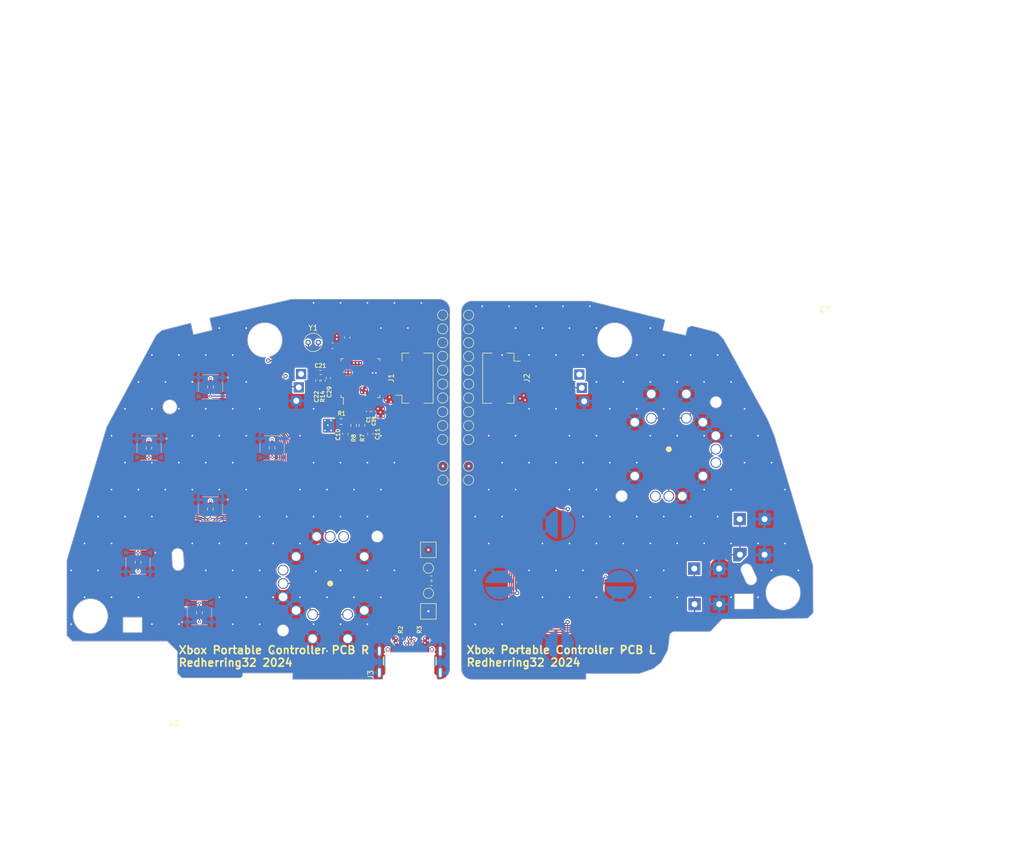
<source format=kicad_pcb>
(kicad_pcb (version 20241229) (generator "pcbnew") (generator_version "9.0")
  (layers (0 "F.Cu" signal) (4 "In1.Cu" signal) (6 "In2.Cu" signal) (2 "B.Cu" signal) (13 "F.Paste" user) (15 "B.Paste" user) (5 "F.SilkS" user "F.Silkscreen") (7 "B.SilkS" user "B.Silkscreen") (1 "F.Mask" user) (3 "B.Mask" user) (25 "Edge.Cuts" user))
  (net 0 "")
  (net 1 "/CEXT1")
  (net 2 "/D+")
  (net 3 "/D-")
  (net 4 "/LFT")
  (net 5 "Net-(C22-Pad2)")
  (net 6 "/CPUSEL")
  (net 7 "/VCC")
  (net 8 "/CEXTA")
  (net 9 "/ButtonY")
  (net 10 "/White")
  (net 11 "/ButtonX")
  (net 12 "/Black")
  (net 13 "/ButtonA")
  (net 14 "/ButtonB")
  (net 15 "/TriggerR")
  (net 16 "/TriggerL")
  (net 17 "/DpadU")
  (net 18 "/DpadD")
  (net 19 "/DpadL")
  (net 20 "/DpadR")
  (net 21 "/Start")
  (net 22 "/Back")
  (net 29 "/SClickR")
  (net 30 "/SClickL")
  (net 32 "/LStickX")
  (net 33 "/LStickY")
  (net 34 "/RStickY")
  (net 35 "/RStickX")
  (net 36 "/RumbleR")
  (net 37 "/RumbleL")
  (net 41 "/IN-")
  (net 42 "/IN+")
  (net 43 "/XTAL-")
  (net 44 "/XTAL+")
  (net 47 "GND")
  (net 48 "Net-(J3-CC1)")
  (net 49 "Net-(J3-CC2)")
  (footprint "TestPoint:TestPoint_Pad_2.5x2.5mm" (layer "F.Cu") (at 141.05 117 90)
    (property "Reference" "TP17" (hide yes))
    (property "Value" "TestPoint")
  )
  (footprint "Resistor_SMD:R_0603_1608Metric" (layer "F.Cu") (at 124.855 93.165 180)
    (property "Reference" "R1")
    (property "Value" "1.5K")
  )
  (footprint "S COntroller:StartBack" (layer "F.Cu") (at 190.41 120.48)
    (property "Reference" "SW11" (hide yes))
    (property "Value" "SW_Push")
  )
  (footprint "Resistor_SMD:R_0603_1608Metric" (layer "F.Cu") (at 128.73 93.875 -90)
    (property "Reference" "R7")
    (property "Value" "27R")
  )
  (footprint "S COntroller:GCT_USB4720-03-A_REVA" (layer "F.Cu") (at 137.61 139.8)
    (property "Reference" "J3")
    (property "Value" "USB_C_Receptacle_USB2.0")
  )
  (footprint "Package_QFP:LQFP-48_7x7mm_P0.5mm" (layer "F.Cu") (at 128.43 85.11 90)
    (property "Reference" "U1" (hide yes))
    (property "Value" "AT43USB353M-AC")
  )
  (footprint "Capacitor_SMD:C_0603_1608Metric" (layer "F.Cu") (at 125.63 95.485 -90)
    (property "Reference" "C10")
    (property "Value" "50pF")
  )
  (footprint "S COntroller:StartBack" (layer "F.Cu") (at 198.835 111.285)
    (property "Reference" "SW12" (hide yes))
    (property "Value" "SW_Push")
  )
  (footprint "Resistor_SMD:R_0603_1608Metric" (layer "F.Cu") (at 100.62 86.73 -90)
    (property "Reference" "R17" (hide yes))
    (property "Value" "4.7K")
  )
  (footprint "Resistor_SMD:R_0402_1005Metric" (layer "F.Cu") (at 121.03 84.07 180)
    (property "Reference" "C21")
    (property "Value" "0.01uF")
  )
  (footprint "TestPoint:TestPoint_Pad_D1.5mm" (layer "F.Cu") (at 148.52 91.38)
    (property "Reference" "TP26" (hide yes))
    (property "Value" "TestPoint")
  )
  (footprint "TestPoint:TestPoint_Pad_D1.5mm" (layer "F.Cu") (at 143.75 101.46 90)
    (property "Reference" "TP8" (hide yes))
    (property "Value" "TestPoint")
  )
  (footprint "TestPoint:TestPoint_Pad_D1.5mm" (layer "F.Cu") (at 143.71 75.95 90)
    (property "Reference" "TP9" (hide yes))
    (property "Value" "TestPoint")
  )
  (footprint "Resistor_SMD:R_0402_1005Metric" (layer "F.Cu") (at 121.53 85.55 90)
    (property "Reference" "R14")
    (property "Value" "100R")
  )
  (footprint "TestPoint:TestPoint_Pad_D1.5mm" (layer "F.Cu") (at 143.7 96.5 90)
    (property "Reference" "TP11" (hide yes))
    (property "Value" "TestPoint")
  )
  (footprint "TestPoint:TestPoint_Pad_D1.5mm" (layer "F.Cu") (at 143.71 78.52 90)
    (property "Reference" "TP12" (hide yes))
    (property "Value" "TestPoint")
  )
  (footprint "Resistor_SMD:R_0603_1608Metric" (layer "F.Cu") (at 127.19 93.885 -90)
    (property "Reference" "R8")
    (property "Value" "27R")
  )
  (footprint "TestPoint:TestPoint_Pad_D1.5mm" (layer "F.Cu") (at 143.71 86.21 90)
    (property "Reference" "TP2" (hide yes))
    (property "Value" "TestPoint")
  )
  (footprint "TestPoint:TestPoint_Pad_D1.5mm" (layer "F.Cu") (at 148.52 88.81)
    (property "Reference" "TP25" (hide yes))
    (property "Value" "TestPoint")
  )
  (footprint "TestPoint:TestPoint_Pad_D1.5mm" (layer "F.Cu") (at 141.06 120.4 90)
    (property "Reference" "TP15" (hide yes))
    (property "Value" "TestPoint")
  )
  (footprint "Resistor_SMD:R_0603_1608Metric" (layer "F.Cu") (at 100.59 109.42 -90)
    (property "Reference" "R31" (hide yes))
    (property "Value" "4.7K")
  )
  (footprint "TestPoint:TestPoint_Pad_D1.5mm" (layer "F.Cu") (at 148.52 81.09)
    (property "Reference" "TP22" (hide yes))
    (property "Value" "TestPoint")
  )
  (footprint "TestPoint:TestPoint_Pad_D1.5mm" (layer "F.Cu") (at 148.52 73.41)
    (property "Reference" "TP19" (hide yes))
    (property "Value" "TestPoint")
  )
  (footprint "TestPoint:TestPoint_Pad_D1.5mm" (layer "F.Cu") (at 148.52 75.97)
    (property "Reference" "TP20" (hide yes))
    (property "Value" "TestPoint")
  )
  (footprint "Resistor_SMD:R_0402_1005Metric" (layer "F.Cu") (at 122.49 85.09 -90)
    (property "Reference" "C29")
    (property "Value" "2.2uF")
  )
  (footprint "Resistor_SMD:R_0603_1608Metric" (layer "F.Cu") (at 112.05 98.06 -90)
    (property "Reference" "R24" (hide yes))
    (property "Value" "4.7K")
  )
  (footprint "TestPoint:TestPoint_Pad_D1.5mm" (layer "F.Cu") (at 148.5 101.46 90)
    (property "Reference" "TP13" (hide yes))
    (property "Value" "TestPoint")
  )
  (footprint "TestPoint:TestPoint_Pad_D1.5mm" (layer "F.Cu") (at 148.52 83.66)
    (property "Reference" "TP23" (hide yes))
    (property "Value" "TestPoint")
  )
  (footprint "TestPoint:TestPoint_Pad_D1.5mm" (layer "F.Cu") (at 143.76 104.04 90)
    (property "Reference" "TP7" (hide yes))
    (property "Value" "TestPoint")
  )
  (footprint "TestPoint:TestPoint_Pad_D1.5mm" (layer "F.Cu") (at 143.71 88.79 90)
    (property "Reference" "TP3" (hide yes))
    (property "Value" "TestPoint")
  )
  (footprint "Resistor_SMD:R_0402_1005Metric" (layer "F.Cu") (at 141.62 122.23 180)
    (property "Reference" "REF**" (hide yes))
    (property "Value" "R_0402_1005Metric")
  )
  (footprint "S COntroller:RKJXV1224-Socket" (layer "F.Cu") (at 122.82 123.25)
    (property "Reference" "U2")
    (property "Value" "~")
    (fp_circle (center -8.75 8.725) (end -7.7 8.725) (stroke (width 0.1)) (fill no) (layer "Edge.Cuts"))
    (fp_circle (center 8.75 -8.725) (end 9.8 -8.725) (stroke (width 0.1)) (fill no) (layer "Edge.Cuts"))
  )
  (footprint "Crystal:Crystal_C38-LF_D3.0mm_L8.0mm_Vertical" (layer "F.Cu") (at 118.73 78.47)
    (property "Reference" "Y1")
    (property "Value" "6MHz")
  )
  (footprint "Capacitor_SMD:C_0402_1005Metric" (layer "F.Cu") (at 130.91 91.29 -90)
    (property "Reference" "C39")
    (property "Value" "0.01uF")
  )
  (footprint "S COntroller:RKJXV1224-Socket" (layer "F.Cu") (at 185.68 98.3 180)
    (property "Reference" "U3")
    (property "Value" "~")
    (fp_circle (center 8.75 -8.725) (end 9.8 -8.725) (stroke (width 0.1)) (fill no) (layer "Edge.Cuts"))
    (fp_circle (center -8.75 8.725) (end -7.7 8.725) (stroke (width 0.1)) (fill no) (layer "Edge.Cuts"))
  )
  (footprint "Capacitor_SMD:C_0603_1608Metric" (layer "F.Cu") (at 130.27 95.485 -90)
    (property "Reference" "C11")
    (property "Value" "50pF")
  )
  (footprint "TestPoint:TestPoint_Pad_D1.5mm" (layer "F.Cu") (at 148.5 104.04 90)
    (property "Reference" "TP14" (hide yes))
    (property "Value" "TestPoint")
  )
  (footprint "Resistor_SMD:R_0402_1005Metric" (layer "F.Cu") (at 120.525 85.55 -90)
    (property "Reference" "C22")
    (property "Value" "0.1nF")
  )
  (footprint "TestPoint:TestPoint_Pad_D1.5mm" (layer "F.Cu") (at 143.71 91.36 90)
    (property "Reference" "TP6" (hide yes))
    (property "Value" "TestPoint")
  )
  (footprint "TestPoint:TestPoint_Pad_D1.5mm" (layer "F.Cu") (at 148.52 93.95)
    (property "Reference" "TP27" (hide yes))
    (property "Value" "TestPoint")
  )
  (footprint "TestPoint:TestPoint_Pad_D1.5mm" (layer "F.Cu") (at 143.71 83.64 90)
    (property "Reference" "TP4" (hide yes))
    (property "Value" "TestPoint")
  )
  (footprint "Resistor_SMD:R_0603_1608Metric" (layer "F.Cu") (at 87.16 119.3 90)
    (property "Reference" "R25" (hide yes))
    (property "Value" "4.7K")
  )
  (footprint "TestPoint:TestPoint_Pad_D1.5mm" (layer "F.Cu") (at 148.52 78.54)
    (property "Reference" "TP21" (hide yes))
    (property "Value" "TestPoint")
  )
  (footprint "TestPoint:TestPoint_Pad_D1.5mm" (layer "F.Cu") (at 148.52 86.23)
    (property "Reference" "TP24" (hide yes))
    (property "Value" "TestPoint")
  )
  (footprint "TestPoint:TestPoint_Pad_D1.5mm" (layer "F.Cu") (at 141.07 125.06 90)
    (property "Reference" "TP16" (hide yes))
    (property "Value" "TestPoint")
  )
  (footprint "TestPoint:TestPoint_Pad_D1.5mm" (layer "F.Cu") (at 143.71 73.39 90)
    (property "Reference" "TP10" (hide yes))
    (property "Value" "TestPoint")
  )
  (footprint "TestPoint:TestPoint_Pad_D1.5mm" (layer "F.Cu") (at 143.71 93.93 90)
    (property "Reference" "TP5" (hide yes))
    (property "Value" "TestPoint")
  )
  (footprint "S COntroller:TRIGGER-R" (layer "F.Cu") (at 117.42 84.34)
    (property "Reference" "RV1" (hide yes))
    (property "Value" "R_Potentiometer_Small")
  )
  (footprint "Resistor_SMD:R_0402_1005Metric" (layer "F.Cu") (at 141.61 123.25 180)
    (property "Reference" "REF**" (hide yes))
    (property "Value" "R_0402_1005Metric")
  )
  (footprint "TestPoint:TestPoint_Pad_D1.5mm" (layer "F.Cu") (at 143.71 81.07 90)
    (property "Reference" "TP1" (hide yes))
    (property "Value" "TestPoint")
  )
  (footprint "Connector_FFC-FPC:Hirose_FH12-12S-0.5SH_1x12-1MP_P0.50mm_Horizontal" (layer "F.Cu") (at 155.64 85.11 -90)
    (property "Reference" "J2")
    (property "Value" "Conn_01x12_Pin")
  )
  (footprint "Resistor_SMD:R_0402_1005Metric" (layer "F.Cu") (at 135.89 133.51 90)
    (property "Reference" "R2")
    (property "Value" "5.1K")
  )
  (footprint "Capacitor_SMD:C_0603_1608Metric" (layer "F.Cu") (at 123.26 79.08 180)
    (property "Reference" "C36" (hide yes))
    (property "Value" "0.33uF")
  )
  (footprint "Connector_FFC-FPC:Hirose_FH12-12S-0.5SH_1x12-1MP_P0.50mm_Horizontal" (layer "F.Cu") (at 137.44 85.11 90)
    (property "Reference" "J1")
    (property "Value" "Conn_01x12_Pin")
  )
  (footprint "Resistor_SMD:R_0402_1005Metric" (layer "F.Cu") (at 139.36 133.51 90)
    (property "Reference" "R3")
    (property "Value" "5.1K")
  )
  (footprint "Resistor_SMD:R_0603_1608Metric" (layer "F.Cu") (at 89.18 98.09 -90)
    (property "Reference" "R32" (hide yes))
    (property "Value" "4.7K")
  )
  (footprint "TestPoint:TestPoint_Pad_2.5x2.5mm" (layer "F.Cu") (at 141.06 128.42 90)
    (property "Reference" "TP18" (hide yes))
    (property "Value" "TestPoint")
  )
  (footprint "Resistor_SMD:R_0603_1608Metric" (layer "F.Cu") (at 98.56 128.66 90)
    (property "Reference" "R18" (hide yes))
    (property "Value" "4.7K")
  )
  (footprint "TestPoint:TestPoint_Pad_D1.5mm" (layer "F.Cu") (at 148.52 96.52)
    (property "Reference" "TP28" (hide yes))
    (property "Value" "TestPoint")
  )
  (footprint "Capacitor_SMD:C_0402_1005Metric" (layer "F.Cu") (at 129.92 91.28 -90)
    (property "Reference" "C1")
    (property "Value" "2.2uF")
  )
  (footprint "Capacitor_SMD:C_0603_1608Metric" (layer "F.Cu") (at 125.98 77.56 90)
    (property "Reference" "C33" (hide yes))
    (property "Value" "0.1uF")
  )
  (footprint "S COntroller:SW_TL3315NF100Q" (layer "B.Cu") (at 89.22 98.08 180)
    (property "Reference" "SW4" (hide yes))
    (property "Value" "SW_Push")
  )
  (footprint "S COntroller:TRIGGER-R" (layer "B.Cu") (at 169.08 84.43 180)
    (property "Reference" "RV2" (hide yes))
    (property "Value" "R_Potentiometer_Small")
  )
  (footprint "S COntroller:DPADCONTACTS" (layer "B.Cu") (at 154.225163 125.005888)
    (property "Reference" "SW9" (hide yes))
    (property "Value" "SW_Push")
  )
  (footprint "S COntroller:DPADCONTACTS" (layer "B.Cu") (at 176.57 121.93 180)
    (property "Reference" "SW10" (hide yes))
    (property "Value" "SW_Push")
  )
  (footprint "S COntroller:SW_TL3315NF100Q" (layer "B.Cu") (at 100.62 86.72 180)
    (property "Reference" "SW1" (hide yes))
    (property "Value" "SW_Push")
  )
  (footprint "S COntroller:DPADCONTACTS" (layer "B.Cu") (at 166.895888 134.594837 90)
    (property "Reference" "SW8" (hide yes))
    (property "Value" "SW_Push")
  )
  (footprint "S COntroller:SW_TL3315NF100Q" (layer "B.Cu") (at 87.15 119.29 180)
    (property "Reference" "SW6" (hide yes))
    (property "Value" "SW_Push")
  )
  (footprint "S COntroller:SW_TL3315NF100Q" (layer "B.Cu") (at 112.05 98.06 180)
    (property "Reference" "SW3" (hide yes))
    (property "Value" "SW_Push" (hide yes))
  )
  (footprint "S COntroller:SW_TL3315NF100Q" (layer "B.Cu") (at 100.6 109.42 180)
    (property "Reference" "SW2" (hide yes))
    (property "Value" "SW_Push" (hide yes))
  )
  (footprint "S COntroller:DPADCONTACTS" (layer "B.Cu") (at 166.931776 112.265163 90)
    (property "Reference" "SW7" (hide yes))
    (property "Value" "SW_Push")
  )
  (footprint "S COntroller:SW_TL3315NF100Q" (layer "B.Cu") (at 98.558 128.66)
    (property "Reference" "SW5" (hide yes))
    (property "Value" "SW_Push" (hide yes))
  )
  (gr_line (start 92.57 133.98) (end 94.47 135.88) (stroke (width 0.1)) (layer "Edge.Cuts"))
  (gr_line (start 184.56 76.22) (end 185.01 74.24) (stroke (width 0.1)) (layer "Edge.Cuts"))
  (gr_line (start 205.3 95.83) (end 204.09 92.89) (stroke (width 0.1)) (layer "Edge.Cuts"))
  (gr_line (start 185.76 133.87) (end 185.79 133.07) (stroke (width 0.1)) (layer "Edge.Cuts"))
  (gr_line (start 93.46 117.79) (end 93.57 119.88) (stroke (width 0.1)) (layer "Edge.Cuts"))
  (gr_arc (start 142.885 141.08) (mid 142.672868 140.992132) (end 142.585 140.78) (stroke (width 0.1)) (layer "Edge.Cuts"))
  (gr_line (start 185.98 132.55) (end 186.51 132.19) (stroke (width 0.1)) (layer "Edge.Cuts"))
  (gr_line (start 95.31 140.8) (end 105.82 140.8) (stroke (width 0.1)) (layer "Edge.Cuts"))
  (gr_line (start 170.33 141.09) (end 170.33 139.99) (stroke (width 0.1)) (layer "Edge.Cuts"))
  (gr_line (start 182.83 139.08) (end 184.24 137.95) (stroke (width 0.1)) (layer "Edge.Cuts"))
  (gr_line (start 90.54 77.07) (end 81.32 94.18) (stroke (width 0.1)) (layer "Edge.Cuts"))
  (gr_line (start 199.150001 121.05) (end 200.001177 122.924459) (stroke (width 0.1)) (layer "Edge.Cuts"))
  (gr_line (start 96.97 74.84) (end 91.55 76.23) (stroke (width 0.1)) (layer "Edge.Cuts"))
  (gr_line (start 194.2 76.47) (end 190.1 75.42) (stroke (width 0.1)) (layer "Edge.Cuts"))
  (gr_line (start 170.33 139.99) (end 180.24 139.99) (stroke (width 0.1)) (layer "Edge.Cuts"))
  (gr_line (start 189.75 75.44) (end 189.13 75.76) (stroke (width 0.1)) (layer "Edge.Cuts"))
  (gr_line (start 188.8 77.13) (end 184.56 76.22) (stroke (width 0.1)) (layer "Edge.Cuts"))
  (gr_line (start 142.135 136.55) (end 142.135 139.93) (stroke (width 0.1)) (layer "Edge.Cuts"))
  (gr_rect (start 197.88 125.16) (end 201.38 127.96) (stroke (width 0.1)) (fill no) (layer "Edge.Cuts"))
  (gr_line (start 194.84 76.77) (end 194.2 76.47) (stroke (width 0.1)) (layer "Edge.Cuts"))
  (gr_circle (center 206.9 124.95) (end 210.1 124.95) (stroke (width 0.1)) (fill no) (layer "Edge.Cuts"))
  (gr_line (start 185.49 135.63) (end 185.76 133.87) (stroke (width 0.1)) (layer "Edge.Cuts"))
  (gr_line (start 147.17 72.76) (end 147.17 139.09) (stroke (width 0.1)) (layer "Edge.Cuts"))
  (gr_line (start 145.05 72.44) (end 145.046828 139.09) (stroke (width 0.1)) (layer "Edge.Cuts"))
  (gr_line (start 133.085 139.93) (end 133.085 136.55) (stroke (width 0.1)) (layer "Edge.Cuts"))
  (gr_line (start 115.6 70.44) (end 100.42 73.94) (stroke (width 0.1)) (layer "Edge.Cuts"))
  (gr_line (start 193.4 132.19) (end 195.56 129.88) (stroke (width 0.1)) (layer "Edge.Cuts"))
  (gr_line (start 170.96 70.76) (end 149.17 70.76) (stroke (width 0.1)) (layer "Edge.Cuts"))
  (gr_line (start 106.57 139.91) (end 115.83 139.91) (stroke (width 0.1)) (layer "Edge.Cuts"))
  (gr_line (start 73.91 132.94) (end 74.95 133.98) (stroke (width 0.1)) (layer "Edge.Cuts"))
  (gr_arc (start 132.635 140.78) (mid 132.547132 140.992132) (end 132.335 141.08) (stroke (width 0.1)) (layer "Edge.Cuts"))
  (gr_circle (center 175.64 78.05) (end 178.84 78.05) (stroke (width 0.1)) (fill no) (layer "Edge.Cuts"))
  (gr_circle (center 93.07 90.45) (end 94.37 90.45) (stroke (width 0.1)) (fill no) (layer "Edge.Cuts"))
  (gr_rect (start 84.4 129.54) (end 87.9 132.34) (stroke (width 0.1)) (fill no) (layer "Edge.Cuts"))
  (gr_line (start 195.56 129.88) (end 211.44 129.74) (stroke (width 0.1)) (layer "Edge.Cuts"))
  (gr_arc (start 132.635 140.511) (mid 132.697738 140.327025) (end 132.86 140.22) (stroke (width 0.1)) (layer "Edge.Cuts"))
  (gr_line (start 94.47 135.88) (end 94.47 139.96) (stroke (width 0.1)) (layer "Edge.Cuts"))
  (gr_line (start 91.55 76.23) (end 90.54 77.07) (stroke (width 0.1)) (layer "Edge.Cuts"))
  (gr_circle (center 78.33 129.31) (end 81.53 129.31) (stroke (width 0.1)) (fill no) (layer "Edge.Cuts"))
  (gr_line (start 185.79 133.07) (end 185.98 132.55) (stroke (width 0.1)) (layer "Edge.Cuts"))
  (gr_arc (start 133.085 136.55) (mid 132.835 136.3) (end 133.085 136.05) (stroke (width 0.1)) (layer "Edge.Cuts"))
  (gr_line (start 106.57 140.43) (end 106.57 139.91) (stroke (width 0.1)) (layer "Edge.Cuts"))
  (gr_line (start 132.635 140.78) (end 132.635 140.511) (stroke (width 0.1)) (layer "Edge.Cuts"))
  (gr_line (start 189.13 75.76) (end 188.8 77.13) (stroke (width 0.1)) (layer "Edge.Cuts"))
  (gr_line (start 97.46 77) (end 96.97 74.84) (stroke (width 0.1)) (layer "Edge.Cuts"))
  (gr_arc (start 147.17 72.76) (mid 147.755786 71.345786) (end 149.17 70.76) (stroke (width 0.1)) (layer "Edge.Cuts"))
  (gr_arc (start 142.135 136.05) (mid 142.385 136.3) (end 142.135 136.55) (stroke (width 0.1)) (layer "Edge.Cuts"))
  (gr_line (start 170.33 141.09) (end 149.17 141.09) (stroke (width 0.1)) (layer "Edge.Cuts"))
  (gr_arc (start 142.36 140.22) (mid 142.19791 140.113475) (end 142.135 139.93) (stroke (width 0.1)) (layer "Edge.Cuts"))
  (gr_arc (start 95.67 119.79) (mid 94.664877 120.839041) (end 93.573836 119.879671) (stroke (width 0.1)) (layer "Edge.Cuts"))
  (gr_arc (start 199.150001 121.05) (mid 199.661332 119.697453) (end 201.033538 120.153405) (stroke (width 0.1)) (layer "Edge.Cuts"))
  (gr_line (start 74.95 133.98) (end 92.57 133.98) (stroke (width 0.1)) (layer "Edge.Cuts"))
  (gr_line (start 115.83 139.91) (end 115.83 141.09) (stroke (width 0.1)) (layer "Edge.Cuts"))
  (gr_line (start 73.91 119.01) (end 73.91 132.94) (stroke (width 0.1)) (layer "Edge.Cuts"))
  (gr_line (start 95.556164 117.700329) (end 95.67 119.79) (stroke (width 0.1)) (layer "Edge.Cuts"))
  (gr_arc (start 201.9 122.02) (mid 201.392353 123.399672) (end 200.001177 122.924459) (stroke (width 0.1)) (layer "Edge.Cuts"))
  (gr_line (start 143.05 70.44) (end 115.6 70.44) (stroke (width 0.1)) (layer "Edge.Cuts"))
  (gr_line (start 133.085 136.05) (end 142.135 136.05) (stroke (width 0.1)) (layer "Edge.Cuts"))
  (gr_line (start 190.1 75.42) (end 189.75 75.44) (stroke (width 0.1)) (layer "Edge.Cuts"))
  (gr_line (start 81.32 94.18) (end 73.91 119.01) (stroke (width 0.1)) (layer "Edge.Cuts"))
  (gr_line (start 100.92 76.17) (end 97.46 77) (stroke (width 0.1)) (layer "Edge.Cuts"))
  (gr_line (start 212.45 119.89) (end 205.3 95.83) (stroke (width 0.1)) (layer "Edge.Cuts"))
  (gr_circle (center 110.71 78.04) (end 113.91 78.04) (stroke (width 0.1)) (fill no) (layer "Edge.Cuts"))
  (gr_line (start 106.2 140.8) (end 106.57 140.43) (stroke (width 0.1)) (layer "Edge.Cuts"))
  (gr_line (start 132.335 141.08) (end 115.83 141.09) (stroke (width 0.1)) (layer "Edge.Cuts"))
  (gr_arc (start 142.36 140.220001) (mid 142.52226 140.327026) (end 142.584999 140.511) (stroke (width 0.1)) (layer "Edge.Cuts"))
  (gr_line (start 94.47 139.96) (end 95.31 140.8) (stroke (width 0.1)) (layer "Edge.Cuts"))
  (gr_line (start 195.86 77.88) (end 194.84 76.77) (stroke (width 0.1)) (layer "Edge.Cuts"))
  (gr_arc (start 149.17 141.09) (mid 147.755786 140.504214) (end 147.17 139.09) (stroke (width 0.1)) (layer "Edge.Cuts"))
  (gr_line (start 212.51 128.72) (end 212.45 119.89) (stroke (width 0.1)) (layer "Edge.Cuts"))
  (gr_line (start 184.24 137.95) (end 185.49 135.63) (stroke (width 0.1)) (layer "Edge.Cuts"))
  (gr_arc (start 133.085 139.93) (mid 133.02209 140.113474) (end 132.860001 140.219999) (stroke (width 0.1)) (layer "Edge.Cuts"))
  (gr_arc (start 145.046828 139.09) (mid 144.402377 140.559149) (end 142.885 141.079999) (stroke (width 0.1)) (layer "Edge.Cuts"))
  (gr_line (start 180.24 139.99) (end 182.83 139.08) (stroke (width 0.1)) (layer "Edge.Cuts"))
  (gr_line (start 100.42 73.94) (end 100.92 76.17) (stroke (width 0.1)) (layer "Edge.Cuts"))
  (gr_line (start 186.51 132.19) (end 193.4 132.19) (stroke (width 0.1)) (layer "Edge.Cuts"))
  (gr_line (start 201.033538 120.153405) (end 201.9 122.02) (stroke (width 0.1)) (layer "Edge.Cuts"))
  (gr_line (start 185.01 74.24) (end 170.96 70.76) (stroke (width 0.1)) (layer "Edge.Cuts"))
  (gr_arc (start 143.05 70.44) (mid 144.464218 71.025782) (end 145.05 72.44) (stroke (width 0.1)) (layer "Edge.Cuts"))
  (gr_line (start 105.82 140.8) (end 106.2 140.8) (stroke (width 0.1)) (layer "Edge.Cuts"))
  (gr_line (start 142.584999 140.511) (end 142.585 140.78) (stroke (width 0.1)) (layer "Edge.Cuts"))
  (gr_line (start 211.44 129.74) (end 212.51 128.72) (stroke (width 0.1)) (layer "Edge.Cuts"))
  (gr_line (start 204.09 92.89) (end 195.86 77.88) (stroke (width 0.1)) (layer "Edge.Cuts"))
  (gr_arc (start 93.46 117.79) (mid 94.465123 116.740959) (end 95.556164 117.700329) (stroke (width 0.1)) (layer "Edge.Cuts"))
  (gr_text "Xbox Portable Controller PCB L\nRedherring32 2024" (at 147.99 138.77 0) (layer "F.SilkS") (effects (font (size 1.45 1.45) (thickness 0.3) (bold yes)) (justify left bottom)))
  (gr_text "Xbox Portable Controller PCB R\nRedherring32 2024" (at 94.55 138.79 0) (layer "F.SilkS") (effects (font (size 1.45 1.45) (thickness 0.3) (bold yes)) (justify left bottom)))
  (via (at 129.32 87.81) (size 0.55) (drill 0.3) (layers "F.Cu" "B.Cu") (net 1))
  (via (at 128.78 87.01) (size 0.55) (drill 0.3) (layers "F.Cu" "B.Cu") (net 1))
  (via (at 121.85 94.82) (size 0.55) (drill 0.3) (layers "F.Cu" "B.Cu") (net 1))
  (via (at 121.83 92.99) (size 0.55) (drill 0.3) (layers "F.Cu" "B.Cu") (net 1))
  (via (at 128.68 87.72) (size 0.55) (drill 0.3) (layers "F.Cu" "B.Cu") (net 1))
  (via (at 129.48 87.23) (size 0.55) (drill 0.3) (layers "F.Cu" "B.Cu") (net 1))
  (via (at 122.99 92.98) (size 0.55) (drill 0.3) (layers "F.Cu" "B.Cu") (net 1))
  (via (at 122.38 93.85) (size 0.55) (drill 0.3) (layers "F.Cu" "B.Cu") (net 1))
  (via (at 122.99 94.82) (size 0.55) (drill 0.3) (layers "F.Cu" "B.Cu") (net 1))
  (segment (start 128.114128 91.07767) (end 128.675637 90.516162) (width 0.2) (layer "F.Cu") (net 2))
  (segment (start 128.705 90.421428) (end 128.705 90.445275) (width 0.2) (layer "F.Cu") (net 2))
  (segment (start 127.739999 91.980901) (end 127.739999 92.121092) (width 0.2) (layer "F.Cu") (net 2))
  (segment (start 127.242499 93.007499) (end 127.1375 93.1125) (width 0.2) (layer "F.Cu") (net 2))
  (segment (start 127.242499 93.007499) (end 127.464999 92.785) (width 0.2) (layer "F.Cu") (net 2))
  (segment (start 127.010753 93.165) (end 125.68 93.165) (width 0.2) (layer "F.Cu") (net 2))
  (segment (start 128.68 90.361073) (end 128.68 89.2725) (width 0.2) (layer "F.Cu") (net 2))
  (arc (start 128.705 90.445275) (mid 128.697368 90.483638) (end 128.675637 90.516162) (width 0.2) (layer "F.Cu") (net 2))
  (arc (start 127.739999 92.121092) (mid 127.668528 92.480396) (end 127.464999 92.785) (width 0.2) (layer "F.Cu") (net 2))
  (arc (start 128.114128 91.07767) (mid 127.837231 91.492076) (end 127.739999 91.980901) (width 0.2) (layer "F.Cu") (net 2))
  (arc (start 127.1375 93.1125) (mid 127.079348 93.151355) (end 127.010753 93.165) (width 0.2) (layer "F.Cu") (net 2))
  (arc (start 128.68 90.361073) (mid 128.683248 90.377405) (end 128.6925 90.391251) (width 0.2) (layer "F.Cu") (net 2))
  (arc (start 128.6925 90.391251) (mid 128.701751 90.405096) (end 128.705 90.421428) (width 0.2) (layer "F.Cu") (net 2))
  (segment (start 128.46 92.78) (end 128.73 93.05) (width 0.2) (layer "F.Cu") (net 3))
  (segment (start 129.155 90.538475) (end 129.155 90.421428) (width 0.2) (layer "F.Cu") (net 3))
  (segment (start 129.18 89.286642) (end 129.18 90.361073) (width 0.2) (layer "F.Cu") (net 3))
  (segment (start 128.498229 91.32997) (end 129.059735 90.768464) (width 0.2) (layer "F.Cu") (net 3))
  (segment (start 128.190001 92.0741) (end 128.190001 92.128164) (width 0.2) (layer "F.Cu") (net 3))
  (segment (start 129.19 89.2825) (end 129.2 89.2925) (width 0.2) (layer "F.Cu") (net 3))
  (arc (start 128.498229 91.32997) (mid 128.270106 91.671379) (end 128.190001 92.0741) (width 0.2) (layer "F.Cu") (net 3))
  (arc (start 129.18 90.361073) (mid 129.176751 90.377405) (end 129.1675 90.391251) (width 0.2) (layer "F.Cu") (net 3))
  (arc (start 128.190001 92.128164) (mid 128.260171 92.480935) (end 128.46 92.78) (width 0.2) (layer "F.Cu") (net 3))
  (arc (start 129.19 89.2825) (mid 129.183616 89.28123) (end 129.18 89.286642) (width 0.2) (layer "F.Cu") (net 3))
  (arc (start 129.1675 90.391251) (mid 129.158248 90.405096) (end 129.155 90.421428) (width 0.2) (layer "F.Cu") (net 3))
  (arc (start 129.155 90.538475) (mid 129.130241 90.662944) (end 129.059735 90.768464) (width 0.2) (layer "F.Cu") (net 3))
  (segment (start 121.545 84.065) (end 121.535 84.075) (width 0.2) (layer "F.Cu") (net 4))
  (segment (start 121.545 84.065) (end 121.895 83.715) (width 0.2) (layer "F.Cu") (net 4))
  (segment (start 122.752045 83.36) (end 124.2675 83.36) (width 0.2) (layer "F.Cu") (net 4))
  (segment (start 121.53 84.087071) (end 121.53 85.04) (width 0.2) (layer "F.Cu") (net 4))
  (arc (start 122.752045 83.36) (mid 122.288215 83.452261) (end 121.895 83.715) (width 0.2) (layer "F.Cu") (net 4))
  (arc (start 121.535 84.075) (mid 121.531299 84.080538) (end 121.53 84.087071) (width 0.2) (layer "F.Cu") (net 4))
  (segment (start 120.525 86.06) (end 121.53 86.06) (width 0.2) (layer "F.Cu") (net 5))
  (segment (start 123.719116 83.86) (end 124.2675 83.86) (width 0.2) (layer "F.Cu") (net 6))
  (segment (start 122.49 84.654228) (end 122.49 84.728456) (width 0.2) (layer "F.Cu") (net 6))
  (segment (start 122.91733 85.00733) (end 122.542487 84.632487) (width 0.2) (layer "F.Cu") (net 6))
  (segment (start 123.76875 85.36) (end 124.2675 85.36) (width 0.2) (layer "F.Cu") (net 6))
  (segment (start 122.849999 84.219999) (end 122.542487 84.527512) (width 0.2) (layer "F.Cu") (net 6))
  (arc (start 122.542487 84.632487) (mid 122.50898 84.625822) (end 122.49 84.654228) (width 0.2) (layer "F.Cu") (net 6))
  (arc (start 122.542487 84.527512) (mid 122.520746 84.579999) (end 122.542487 84.632487) (width 0.2) (layer "F.Cu") (net 6))
  (arc (start 122.91733 85.00733) (mid 123.307964 85.268344) (end 123.76875 85.36) (width 0.2) (layer "F.Cu") (net 6))
  (arc (start 122.49 84.654228) (mid 122.50364 84.58565) (end 122.542487 84.527512) (width 0.2) (layer "F.Cu") (net 6))
  (arc (start 123.719116 83.86) (mid 123.248753 83.95356) (end 122.849999 84.219999) (width 0.2) (layer "F.Cu") (net 6))
  (segment (start 126.68 79.529974) (end 126.68 80.9475) (width 0.2) (layer "F.Cu") (net 7))
  (segment (start 126.33 78.685) (end 125.98 78.335) (width 0.2) (layer "F.Cu") (net 7))
  (via (at 135.03 133.42) (size 0.55) (drill 0.3) (layers "F.Cu" "B.Cu") (net 7))
  (via (at 127.83 82.3) (size 0.55) (drill 0.3) (layers "F.Cu" "B.Cu") (net 7))
  (via (at 132.65 92.13) (size 0.55) (drill 0.3) (layers "F.Cu" "B.Cu") (net 7))
  (via (at 128.42 82.3) (size 0.55) (drill 0.3) (layers "F.Cu" "B.Cu") (net 7))
  (via (at 132.7 90.81) (size 0.55) (drill 0.3) (layers "F.Cu" "B.Cu") (net 7))
  (via (at 141.05 117) (size 0.8) (drill 0.4) (layers "F.Cu" "B.Cu") (net 7))
  (via (at 131.71 92.1) (size 0.55) (drill 0.3) (layers "F.Cu" "B.Cu") (net 7))
  (via (at 134.57 133.83) (size 0.55) (drill 0.3) (layers "F.Cu" "B.Cu") (net 7))
  (via (at 140.4 134.28) (size 0.55) (drill 0.3) (layers "F.Cu" "B.Cu") (net 7))
  (via (at 140.4 133.46) (size 0.55) (drill 0.3) (layers "F.Cu" "B.Cu") (net 7))
  (via (at 127.21 82.3) (size 0.55) (drill 0.3) (layers "F.Cu" "B.Cu") (net 7))
  (via (at 132.15 91.46) (size 0.55) (drill 0.3) (layers "F.Cu" "B.Cu") (net 7))
  (via (at 135.05 134.28) (size 0.55) (drill 0.3) (layers "F.Cu" "B.Cu") (net 7))
  (via (at 125.87 84.06) (size 0.55) (drill 0.3) (layers "F.Cu" "B.Cu") (net 7))
  (via (at 140.94 133.81) (size 0.55) (drill 0.3) (layers "F.Cu" "B.Cu") (net 7))
  (via (at 131.69 90.78) (size 0.55) (drill 0.3) (layers "F.Cu" "B.Cu") (net 7))
  (via (at 126.47 84.06) (size 0.55) (drill 0.3) (layers "F.Cu" "B.Cu") (net 7))
  (arc (start 126.33 78.685) (mid 126.589037 79.072677) (end 126.68 79.529974) (width 0.2) (layer "F.Cu") (net 7))
  (segment (start 98.56 130.312928) (end 98.56 129.485) (width 0.2) (layer "F.Cu") (net 8))
  (segment (start 124.0425 77.8575) (end 124.05 77.85) (width 1) (layer "F.Cu") (net 8))
  (segment (start 124.05 77.217071) (end 124.05 77.85) (width 1) (layer "F.Cu") (net 8))
  (segment (start 87.16 120.95) (end 87.16 120.125) (width 0.2) (layer "F.Cu") (net 8))
  (segment (start 124.035 77.875606) (end 124.035 79.08) (width 1) (layer "F.Cu") (net 8))
  (segment (start 100.62 85.22) (end 100.62 85.905) (width 0.2) (layer "F.Cu") (net 8))
  (segment (start 89.18 96.63) (end 89.18 97.265) (width 0.2) (layer "F.Cu") (net 8))
  (segment (start 112.05 96.53) (end 112.05 97.235) (width 0.2) (layer "F.Cu") (net 8))
  (segment (start 100.6 107.95) (end 100.595 107.955) (width 0.2) (layer "F.Cu") (net 8))
  (segment (start 98.565 130.325) (end 98.57 130.33) (width 0.2) (layer "F.Cu") (net 8))
  (segment (start 124.055 77.205) (end 124.06 77.2) (width 1) (layer "F.Cu") (net 8))
  (segment (start 100.59 107.967071) (end 100.59 108.595) (width 0.2) (layer "F.Cu") (net 8))
  (via (at 133.84 88.66) (size 0.55) (drill 0.3) (layers "F.Cu" "B.Cu") (net 8))
  (via (at 143.75 101.46) (size 0.8) (drill 0.4) (layers "F.Cu" "B.Cu") (net 8))
  (via (at 158.07 88.9) (size 0.55) (drill 0.3) (layers "F.Cu" "B.Cu") (net 8))
  (via (at 134.09 89.53) (size 0.55) (drill 0.3) (layers "F.Cu" "B.Cu") (net 8))
  (via (at 159.01 89.19) (size 0.55) (drill 0.3) (layers "F.Cu" "B.Cu") (net 8))
  (via (at 87.16 120.95) (size 0.55) (drill 0.3) (layers "F.Cu" "B.Cu") (net 8))
  (via (at 100.6 107.95) (size 0.55) (drill 0.3) (layers "F.Cu" "B.Cu") (net 8))
  (via (at 89.18 96.63) (size 0.55) (drill 0.3) (layers "F.Cu" "B.Cu") (net 8))
  (via (at 124.06 77.2) (size 0.55) (drill 0.3) (layers "F.Cu" "B.Cu") (net 8))
  (via (at 98.57 130.33) (size 0.55) (drill 0.3) (layers "F.Cu" "B.Cu") (net 8))
  (via (at 133.15 89.24) (size 0.55) (drill 0.3) (layers "F.Cu" "B.Cu") (net 8))
  (via (at 148.54 101.44) (size 0.8) (drill 0.4) (layers "F.Cu" "B.Cu") (net 8))
  (via (at 124.05 77.85) (size 0.55) (drill 0.3) (layers "F.Cu" "B.Cu") (net 8))
  (via (at 158.75 88.32) (size 0.55) (drill 0.3) (layers "F.Cu" "B.Cu") (net 8))
  (via (at 100.62 85.22) (size 0.55) (drill 0.3) (layers "F.Cu" "B.Cu") (net 8))
  (via (at 112.05 96.53) (size 0.55) (drill 0.3) (layers "F.Cu" "B.Cu") (net 8))
  (arc (start 100.595 107.955) (mid 100.591299 107.960538) (end 100.59 107.967071) (width 0.2) (layer "F.Cu") (net 8))
  (arc (start 124.055 77.205) (mid 124.051299 77.210538) (end 124.05 77.217071) (width 1) (layer "F.Cu") (net 8))
  (arc (start 124.0425 77.8575) (mid 124.036949 77.865807) (end 124.035 77.875606) (width 1) (layer "F.Cu") (net 8))
  (arc (start 98.56 130.312928) (mid 98.561299 130.319461) (end 98.565 130.325) (width 0.2) (layer "F.Cu") (net 8))
  (segment (start 120.254171 72.25) (end 124.925828 72.25) (width 0.2) (layer "F.Cu") (net 9))
  (segment (start 114.81 77.694171) (end 114.81 77.766244) (width 0.2) (layer "F.Cu") (net 9))
  (segment (start 100.62 88.45) (end 100.62 87.555) (width 0.2) (layer "F.Cu") (net 9))
  (segment (start 131.18 78.504171) (end 131.18 80.9475) (width 0.2) (layer "F.Cu") (net 9))
  (segment (start 112.558325 82.271881) (end 113.216206 81.614) (width 0.2) (layer "F.Cu") (net 9))
  (segment (start 116.406414 73.843792) (end 116.403792 73.846415) (width 0.2) (layer "F.Cu") (net 9))
  (segment (start 128.773584 73.843792) (end 129.586207 74.656415) (width 0.2) (layer "F.Cu") (net 9))
  (segment (start 109.115509 88.45) (end 100.62 88.45) (width 0.2) (layer "F.Cu") (net 9))
  (segment (start 111.275 85.370103) (end 111.275 86.290509) (width 0.2) (layer "F.Cu") (net 9))
  (via (at 100.62 88.45) (size 0.55) (drill 0.3) (layers "F.Cu" "B.Cu") (net 9))
  (arc (start 110.6425 87.8175) (mid 109.94191 88.285618) (end 109.115509 88.45) (width 0.2) (layer "F.Cu") (net 9))
  (arc (start 120.254171 72.25) (mid 118.17178 72.664213) (end 116.406414 73.843792) (width 0.2) (layer "F.Cu") (net 9))
  (arc (start 116.403792 73.846415) (mid 115.224213 75.61178) (end 114.81 77.694171) (width 0.2) (layer "F.Cu") (net 9))
  (arc (start 128.773584 73.843792) (mid 127.008218 72.664213) (end 124.925828 72.25) (width 0.2) (layer "F.Cu") (net 9))
  (arc (start 129.586207 74.656415) (mid 130.765786 76.42178) (end 131.18 78.504171) (width 0.2) (layer "F.Cu") (net 9))
  (arc (start 112.558325 82.271881) (mid 111.608525 83.693357) (end 111.275 85.370103) (width 0.2) (layer "F.Cu") (net 9))
  (arc (start 111.275 86.290509) (mid 111.110618 87.11691) (end 110.6425 87.8175) (width 0.2) (layer "F.Cu") (net 9))
  (arc (start 114.81 77.766244) (mid 114.395786 79.848634) (end 113.216206 81.614) (width 0.2) (layer "F.Cu") (net 9))
  (segment (start 100.585857 88.47) (end 98.39 88.47) (width 0.2) (layer "B.Cu") (net 9))
  (segment (start 100.654142 88.47) (end 102.85 88.47) (width 0.2) (layer "B.Cu") (net 9))
  (segment (start 100.62 88.45) (end 100.63 88.46) (width 0.2) (layer "B.Cu") (net 9))
  (segment (start 100.61 88.46) (end 100.62 88.45) (width 0.2) (layer "B.Cu") (net 9))
  (arc (start 100.61 88.46) (mid 100.598923 88.467401) (end 100.585857 88.47) (width 0.2) (layer "B.Cu") (net 9))
  (arc (start 100.63 88.46) (mid 100.641076 88.467401) (end 100.654142 88.47) (width 0.2) (layer "B.Cu") (net 9))
  (segment (start 95.880028 127.835) (end 98.56 127.835) (width 0.2) (layer "F.Cu") (net 10))
  (segment (start 114.5 101.216036) (end 114.5 97.202904) (width 0.2) (layer "F.Cu") (net 10))
  (segment (start 128.68 77.798445) (end 128.68 80.9475) (width 0.2) (layer "F.Cu") (net 10))
  (segment (start 116.56 78.491114) (end 116.56 77.696018) (width 0.2) (layer "F.Cu") (net 10))
  (segment (start 113.025 93.641939) (end 113.025 85.449291) (width 0.2) (layer "F.Cu") (net 10))
  (segment (start 120.256017 74) (end 124.881554 74) (width 0.2) (layer "F.Cu") (net 10))
  (segment (start 101.706332 112.043615) (end 101.872448 111.8775) (width 0.2) (layer "F.Cu") (net 10))
  (segment (start 92.15 114.272792) (end 92.15 124.104971) (width 0.2) (layer "F.Cu") (net 10))
  (segment (start 114.966206 82.33887) (end 113.851754 83.453325) (width 0.2) (layer "F.Cu") (net 10))
  (segment (start 104.564974 111.295) (end 103.278727 111.295) (width 0.2) (layer "F.Cu") (net 10))
  (segment (start 98.56 126.91) (end 98.56 127.835) (width 0.2) (layer "F.Cu") (net 10))
  (segment (start 108.167014 109.802985) (end 112.906207 105.063792) (width 0.2) (layer "F.Cu") (net 10))
  (segment (start 99.482234 111.83) (end 99.695849 112.043615) (width 0.2) (layer "F.Cu") (net 10))
  (segment (start 95.222792 111.2) (end 97.961279 111.2) (width 0.2) (layer "F.Cu") (net 10))
  (via (at 98.56 126.91) (size 0.55) (drill 0.3) (layers "F.Cu" "B.Cu") (net 10))
  (arc (start 114.5 101.216036) (mid 114.085786 103.298426) (end 112.906207 105.063792) (width 0.2) (layer "F.Cu") (net 10))
  (arc (start 113.7625 95.422422) (mid 114.308329 96.239314) (end 114.5 97.202904) (width 0.2) (layer "F.Cu") (net 10))
  (arc (start 127.567461 75.112539) (mid 126.335156 74.289139) (end 124.881554 74) (width 0.2) (layer "F.Cu") (net 10))
  (arc (start 113.025 93.641939) (mid 113.21667 94.605529) (end 113.7625 95.422422) (width 0.2) (layer "F.Cu") (net 10))
  (arc (start 99.482234 111.83) (mid 98.784414 111.363731) (end 97.961279 111.2) (width 0.2) (layer "F.Cu") (net 10))
  (arc (start 101.706332 112.043615) (mid 101.245123 112.351785) (end 100.701091 112.46) (width 0.2) (layer "F.Cu") (net 10))
  (arc (start 120.256017 74) (mid 118.841612 74.281342) (end 117.642538 75.082539) (width 0.2) (layer "F.Cu") (net 10))
  (arc (start 127.567461 75.112539) (mid 128.39086 76.344843) (end 128.68 77.798445) (width 0.2) (layer "F.Cu") (net 10))
  (arc (start 93.05 112.1) (mid 92.383902 113.096885) (end 92.15 114.272792) (width 0.2) (layer "F.Cu") (net 10))
  (arc (start 117.642538 75.082539) (mid 116.841342 76.281613) (end 116.56 77.696018) (width 0.2) (layer "F.Cu") (net 10))
  (arc (start 99.695849 112.043615) (mid 100.157058 112.351785) (end 100.701091 112.46) (width 0.2) (layer "F.Cu") (net 10))
  (arc (start 116.56 78.491114) (mid 116.145786 80.573504) (end 114.966206 82.33887) (width 0.2) (layer "F.Cu") (net 10))
  (arc (start 92.15 124.104971) (mid 92.433931 125.532391) (end 93.2425 126.7425) (width 0.2) (layer "F.Cu") (net 10))
  (arc (start 113.851754 83.453325) (mid 113.239866 84.369082) (end 113.025 85.449291) (width 0.2) (layer "F.Cu") (net 10))
  (arc (start 93.2425 126.7425) (mid 94.452608 127.551068) (end 95.880028 127.835) (width 0.2) (layer "F.Cu") (net 10))
  (arc (start 103.278727 111.295) (mid 102.517654 111.446386) (end 101.872448 111.8775) (width 0.2) (layer "F.Cu") (net 10))
  (arc (start 95.222792 111.2) (mid 94.046885 111.433902) (end 93.05 112.1) (width 0.2) (layer "F.Cu") (net 10))
  (arc (start 108.167014 109.802985) (mid 106.514384 110.907237) (end 104.564974 111.295) (width 0.2) (layer "F.Cu") (net 10))
  (segment (start 98.56 126.91) (end 100.788 126.91) (width 0.2) (layer "B.Cu") (net 10))
  (segment (start 98.56 126.91) (end 96.328 126.91) (width 0.2) (layer "B.Cu") (net 10))
  (segment (start 130.68 78.499145) (end 130.68 80.9475) (width 0.2) (layer "F.Cu") (net 11))
  (segment (start 111.2 97.433959) (end 111.2 96.395494) (width 0.2) (layer "F.Cu") (net 11))
  (segment (start 115.16 77.696023) (end 115.16 77.911218) (width 0.2) (layer "F.Cu") (net 11))
  (segment (start 111.625 95.369453) (end 111.625 85.396976) (width 0.2) (layer "F.Cu") (net 11))
  (segment (start 112.05 99.792928) (end 112.05 98.885) (width 0.2) (layer "F.Cu") (net 11))
  (segment (start 111.625 98.46) (end 112.05 98.885) (width 0.2) (layer "F.Cu") (net 11))
  (segment (start 120.256021 72.6) (end 124.780854 72.6) (width 0.2) (layer "F.Cu") (net 11))
  (segment (start 113.566206 81.758974) (end 112.82481 82.500373) (width 0.2) (layer "F.Cu") (net 11))
  (segment (start 112.055 99.805) (end 112.06 99.81) (width 0.2) (layer "F.Cu") (net 11))
  (segment (start 129.086207 74.651389) (end 128.62861 74.193792) (width 0.2) (layer "F.Cu") (net 11))
  (via (at 112.06 99.81) (size 0.55) (drill 0.3) (layers "F.Cu" "B.Cu") (net 11))
  (arc (start 111.2 97.433959) (mid 111.310453 97.989248) (end 111.625 98.46) (width 0.2) (layer "F.Cu") (net 11))
  (arc (start 111.625 95.369453) (mid 111.569773 95.647098) (end 111.4125 95.882474) (width 0.2) (layer "F.Cu") (net 11))
  (arc (start 128.62861 74.193792) (mid 126.863244 73.014213) (end 124.780854 72.6) (width 0.2) (layer "F.Cu") (net 11))
  (arc (start 115.16 77.911218) (mid 114.745786 79.993608) (end 113.566206 81.758974) (width 0.2) (layer "F.Cu") (net 11))
  (arc (start 129.086207 74.651389) (mid 130.265786 76.416754) (end 130.68 78.499145) (width 0.2) (layer "F.Cu") (net 11))
  (arc (start 120.256021 72.6) (mid 118.305858 72.987911) (end 116.65259 74.092591) (width 0.2) (layer "F.Cu") (net 11))
  (arc (start 112.05 99.792928) (mid 112.051299 99.799461) (end 112.055 99.805) (width 0.2) (layer "F.Cu") (net 11))
  (arc (start 116.65259 74.092591) (mid 115.547911 75.745859) (end 115.16 77.696023) (width 0.2) (layer "F.Cu") (net 11))
  (arc (start 112.82481 82.500373) (mid 111.936821 83.829346) (end 111.625 85.396976) (width 0.2) (layer "F.Cu") (net 11))
  (arc (start 111.4125 95.882474) (mid 111.255226 96.117849) (end 111.2 96.395494) (width 0.2) (layer "F.Cu") (net 11))
  (segment (start 112.06 99.81) (end 114.28 99.81) (width 0.2) (layer "B.Cu") (net 11))
  (segment (start 112.06 99.81) (end 109.82 99.81) (width 0.2) (layer "B.Cu") (net 11))
  (segment (start 87.16 117.54) (end 87.16 118.475) (width 0.2) (layer "F.Cu") (net 12))
  (segment (start 129.18 78.054513) (end 129.18 80.9475) (width 0.2) (layer "F.Cu") (net 12))
  (segment (start 112.675 85.410675) (end 112.675 93.786914) (width 0.2) (layer "F.Cu") (net 12))
  (segment (start 89.376206 112.443792) (end 88.178233 113.641766) (width 0.2) (layer "F.Cu") (net 12))
  (segment (start 113.576971 83.233129) (end 114.616207 82.193896) (width 0.2) (layer "F.Cu") (net 12))
  (segment (start 87.16 117.54) (end 87.16 116.1) (width 0.2) (layer "F.Cu") (net 12))
  (segment (start 112.556207 104.918818) (end 108.022039 109.452986) (width 0.2) (layer "F.Cu") (net 12))
  (segment (start 104.42 110.945) (end 103.126682 110.945) (width 0.2) (layer "F.Cu") (net 12))
  (segment (start 99.926264 111.779056) (end 99.622208 111.475) (width 0.2) (layer "F.Cu") (net 12))
  (segment (start 116.21 77.696019) (end 116.21 78.34614) (width 0.2) (layer "F.Cu") (net 12))
  (segment (start 114.15 101.071062) (end 114.15 97.347879) (width 0.2) (layer "F.Cu") (net 12))
  (segment (start 98.113324 110.85) (end 93.223963 110.85) (width 0.2) (layer "F.Cu") (net 12))
  (segment (start 120.256017 73.65) (end 124.775486 73.65) (width 0.2) (layer "F.Cu") (net 12))
  (segment (start 101.475917 111.779056) (end 101.732474 111.5225) (width 0.2) (layer "F.Cu") (net 12))
  (via (at 87.16 117.54) (size 0.55) (drill 0.3) (layers "F.Cu" "B.Cu") (net 12))
  (arc (start 99.622208 111.475) (mid 98.929926 111.012432) (end 98.113324 110.85) (width 0.2) (layer "F.Cu") (net 12))
  (arc (start 101.475917 111.779056) (mid 101.120424 112.016589) (end 100.701091 112.1) (width 0.2) (layer "F.Cu") (net 12))
  (arc (start 127.889948 74.940052) (mid 126.46102 73.985273) (end 124.775486 73.65) (width 0.2) (layer "F.Cu") (net 12))
  (arc (start 127.889948 74.940052) (mid 128.844726 76.368978) (end 129.18 78.054513) (width 0.2) (layer "F.Cu") (net 12))
  (arc (start 113.4125 95.567397) (mid 113.958329 96.384289) (end 114.15 97.347879) (width 0.2) (layer "F.Cu") (net 12))
  (arc (start 117.395051 74.835052) (mid 116.517984 76.147675) (end 116.21 77.696019) (width 0.2) (layer "F.Cu") (net 12))
  (arc (start 103.126682 110.945) (mid 102.372142 111.095087) (end 101.732474 111.5225) (width 0.2) (layer "F.Cu") (net 12))
  (arc (start 116.21 78.34614) (mid 115.795786 80.42853) (end 114.616207 82.193896) (width 0.2) (layer "F.Cu") (net 12))
  (arc (start 114.15 101.071062) (mid 113.735786 103.153452) (end 112.556207 104.918818) (width 0.2) (layer "F.Cu") (net 12))
  (arc (start 93.223963 110.85) (mid 91.141572 111.264213) (end 89.376206 112.443792) (width 0.2) (layer "F.Cu") (net 12))
  (arc (start 112.675 93.786914) (mid 112.86667 94.750504) (end 113.4125 95.567397) (width 0.2) (layer "F.Cu") (net 12))
  (arc (start 108.022039 109.452986) (mid 106.369409 110.557238) (end 104.42 110.945) (width 0.2) (layer "F.Cu") (net 12))
  (arc (start 88.178233 113.641766) (mid 87.42463 114.769613) (end 87.16 116.1) (width 0.2) (layer "F.Cu") (net 12))
  (arc (start 99.926264 111.779056) (mid 100.281757 112.016589) (end 100.701091 112.1) (width 0.2) (layer "F.Cu") (net 12))
  (arc (start 120.256017 73.65) (mid 118.707673 73.957984) (end 117.395051 74.835052) (width 0.2) (layer "F.Cu") (net 12))
  (arc (start 113.576971 83.233129) (mid 112.909415 84.232195) (end 112.675 85.410675) (width 0.2) (layer "F.Cu") (net 12))
  (segment (start 87.16 117.54) (end 84.92 117.54) (width 0.2) (layer "B.Cu") (net 12))
  (segment (start 87.16 117.54) (end 89.38 117.54) (width 0.2) (layer "B.Cu") (net 12))
  (segment (start 113.118189 82.701964) (end 113.916207 81.903948) (width 0.2) (layer "F.Cu") (net 13))
  (segment (start 115.51 78.056192) (end 115.51 77.696021) (width 0.2) (layer "F.Cu") (net 13))
  (segment (start 120.256017 72.95) (end 124.63588 72.95) (width 0.2) (layer "F.Cu") (net 13))
  (segment (start 130.18 78.494119) (end 130.18 80.9475) (width 0.2) (layer "F.Cu") (net 13))
  (segment (start 100.59 111.17) (end 100.59 110.245) (width 0.2) (layer "F.Cu") (net 13))
  (segment (start 113.45 100.781114) (end 113.45 97.637827) (width 0.2) (layer "F.Cu") (net 13))
  (segment (start 111.975 85.461861) (end 111.975 94.076862) (width 0.2) (layer "F.Cu") (net 13))
  (segment (start 100.59 110.245) (end 103.986114 110.245) (width 0.2) (layer "F.Cu") (net 13))
  (segment (start 111.856207 104.62887) (end 107.83387 108.651207) (width 0.2) (layer "F.Cu") (net 13))
  (segment (start 128.483636 74.543792) (end 128.586207 74.646363) (width 0.2) (layer "F.Cu") (net 13))
  (via (at 100.59 111.17) (size 0.55) (drill 0.3) (layers "F.Cu" "B.Cu") (net 13))
  (arc (start 115.51 78.056192) (mid 115.095786 80.138582) (end 113.916207 81.903948) (width 0.2) (layer "F.Cu") (net 13))
  (arc (start 120.256017 72.95) (mid 118.439794 73.311269) (end 116.900076 74.340078) (width 0.2) (layer "F.Cu") (net 13))
  (arc (start 107.83387 108.651207) (mid 106.068504 109.830786) (end 103.986114 110.245) (width 0.2) (layer "F.Cu") (net 13))
  (arc (start 112.7125 95.857345) (mid 113.258329 96.674237) (end 113.45 97.637827) (width 0.2) (layer "F.Cu") (net 13))
  (arc (start 113.118189 82.701964) (mid 112.272105 83.968215) (end 111.975 85.461861) (width 0.2) (layer "F.Cu") (net 13))
  (arc (start 128.483636 74.543792) (mid 126.71827 73.364213) (end 124.63588 72.95) (width 0.2) (layer "F.Cu") (net 13))
  (arc (start 116.900076 74.340078) (mid 115.871268 75.879798) (end 115.51 77.696021) (width 0.2) (layer "F.Cu") (net 13))
  (arc (start 111.975 94.076862) (mid 112.16667 95.040452) (end 112.7125 95.857345) (width 0.2) (layer "F.Cu") (net 13))
  (arc (start 128.586207 74.646363) (mid 129.765786 76.411728) (end 130.18 78.494119) (width 0.2) (layer "F.Cu") (net 13))
  (arc (start 113.45 100.781114) (mid 113.035786 102.863504) (end 111.856207 104.62887) (width 0.2) (layer "F.Cu") (net 13))
  (segment (start 100.59 111.17) (end 98.37 111.17) (width 0.2) (layer "B.Cu") (net 13))
  (segment (start 100.59 111.17) (end 102.83 111.17) (width 0.2) (layer "B.Cu") (net 13))
  (segment (start 107.877065 109.102986) (end 112.206207 104.773844) (width 0.2) (layer "F.Cu") (net 14))
  (segment (start 89.18 99.83) (end 89.18 103.556036) (width 0.2) (layer "F.Cu") (net 14))
  (segment (start 115.86 77.69602) (end 115.86 78.201166) (width 0.2) (layer "F.Cu") (net 14))
  (segment (start 101.228431 111.531568) (end 101.5875 111.1725) (width 0.2) (layer "F.Cu") (net 14))
  (segment (start 104.275026 110.595) (end 102.981708 110.595) (width 0.2) (layer "F.Cu") (net 14))
  (segment (start 99.767182 111.125) (end 100.17375 111.531568) (width 0.2) (layer "F.Cu") (net 14))
  (segment (start 113.8 100.926088) (end 113.8 97.492853) (width 0.2) (layer "F.Cu") (net 14))
  (segment (start 98.258298 110.5) (end 96.123963 110.5) (width 0.2) (layer "F.Cu") (net 14))
  (segment (start 89.18 99.83) (end 89.18 98.915) (width 0.2) (layer "F.Cu") (net 14))
  (segment (start 124.669419 73.3) (end 120.256017 73.3) (width 0.2) (layer "F.Cu") (net 14))
  (segment (start 113.343111 82.972015) (end 114.266207 82.048922) (width 0.2) (layer "F.Cu") (net 14))
  (segment (start 129.68 78.31058) (end 129.68 80.9475) (width 0.2) (layer "F.Cu") (net 14))
  (segment (start 90.773792 107.403792) (end 92.276207 108.906207) (width 0.2) (layer "F.Cu") (net 14))
  (segment (start 112.325 85.429948) (end 112.325 93.931888) (width 0.2) (layer "F.Cu") (net 14))
  (via (at 89.18 99.83) (size 0.55) (drill 0.3) (layers "F.Cu" "B.Cu") (net 14))
  (arc (start 112.325 93.931888) (mid 112.51667 94.895478) (end 113.0625 95.712371) (width 0.2) (layer "F.Cu") (net 14))
  (arc (start 100.17375 111.531568) (mid 100.415696 111.693231) (end 100.701091 111.75) (width 0.2) (layer "F.Cu") (net 14))
  (arc (start 113.0625 95.712371) (mid 113.608329 96.529263) (end 113.8 97.492853) (width 0.2) (layer "F.Cu") (net 14))
  (arc (start 92.276207 108.906207) (mid 94.041572 110.085786) (end 96.123963 110.5) (width 0.2) (layer "F.Cu") (net 14))
  (arc (start 128.212435 74.767565) (mid 126.586885 73.681407) (end 124.669419 73.3) (width 0.2) (layer "F.Cu") (net 14))
  (arc (start 115.86 78.201166) (mid 115.445786 80.283556) (end 114.266207 82.048922) (width 0.2) (layer "F.Cu") (net 14))
  (arc (start 89.18 103.556036) (mid 89.594213 105.638426) (end 90.773792 107.403792) (width 0.2) (layer "F.Cu") (net 14))
  (arc (start 117.147563 74.587565) (mid 116.194626 76.013736) (end 115.86 77.69602) (width 0.2) (layer "F.Cu") (net 14))
  (arc (start 99.767182 111.125) (mid 99.0749 110.662432) (end 98.258298 110.5) (width 0.2) (layer "F.Cu") (net 14))
  (arc (start 128.212435 74.767565) (mid 129.298592 76.393114) (end 129.68 78.31058) (width 0.2) (layer "F.Cu") (net 14))
  (arc (start 113.343111 82.972015) (mid 112.589598 84.099724) (end 112.325 85.429948) (width 0.2) (layer "F.Cu") (net 14))
  (arc (start 107.877065 109.102986) (mid 106.224435 110.207238) (end 104.275026 110.595) (width 0.2) (layer "F.Cu") (net 14))
  (arc (start 102.981708 110.595) (mid 102.227168 110.745087) (end 101.5875 111.1725) (width 0.2) (layer "F.Cu") (net 14))
  (arc (start 101.228431 111.531568) (mid 100.986485 111.693231) (end 100.701091 111.75) (width 0.2) (layer "F.Cu") (net 14))
  (arc (start 113.8 100.926088) (mid 113.385786 103.008478) (end 112.206207 104.773844) (width 0.2) (layer "F.Cu") (net 14))
  (arc (start 120.256017 73.3) (mid 118.573733 73.634627) (end 117.147563 74.587565) (width 0.2) (layer "F.Cu") (net 14))
  (segment (start 89.18 99.83) (end 91.45 99.83) (width 0.2) (layer "B.Cu") (net 14))
  (segment (start 89.18 99.83) (end 86.99 99.83) (width 0.2) (layer "B.Cu") (net 14))
  (segment (start 127.18 77.030318) (end 127.18 80.9475) (width 0.2) (layer "F.Cu") (net 15))
  (segment (start 116.410832 86.82) (end 116.98 86.82) (width 0.2) (layer "F.Cu") (net 15))
  (segment (start 117.61 79.511227) (end 117.61 77.696015) (width 0.2) (layer "F.Cu") (net 15))
  (segment (start 116.429999 82.359999) (end 116.169238 82.620761) (width 0.2) (layer "F.Cu") (net 15))
  (segment (start 125.199753 75.05) (end 120.256015 75.05) (width 0.2) (layer "F.Cu") (net 15))
  (segment (start 115.25 85.659167) (end 115.25 84.84) (width 0.2) (layer "F.Cu") (net 15))
  (arc (start 120.256015 75.05) (mid 119.243429 75.251415) (end 118.385 75.825) (width 0.2) (layer "F.Cu") (net 15))
  (arc (start 126.6 75.63) (mid 127.029263 76.272475) (end 127.18 77.030318) (width 0.2) (layer "F.Cu") (net 15))
  (arc (start 115.59 86.48) (mid 115.966601 86.731636) (end 116.410832 86.82) (width 0.2) (layer "F.Cu") (net 15))
  (arc (start 116.169238 82.620761) (mid 115.488902 83.638956) (end 115.25 84.84) (width 0.2) (layer "F.Cu") (net 15))
  (arc (start 126.6 75.63) (mid 125.957563 75.200739) (end 125.199753 75.05) (width 0.2) (layer "F.Cu") (net 15))
  (arc (start 118.385 75.825) (mid 117.811415 76.683429) (end 117.61 77.696015) (width 0.2) (layer "F.Cu") (net 15))
  (arc (start 117.61 79.511227) (mid 117.303327 81.052971) (end 116.429999 82.359999) (width 0.2) (layer "F.Cu") (net 15))
  (arc (start 115.25 85.659167) (mid 115.338363 86.103398) (end 115.59 86.48) (width 0.2) (layer "F.Cu") (net 15))
  (segment (start 167.39 85.697954) (end 167.39 85.445) (width 0.2) (layer "F.Cu") (net 16))
  (segment (start 149.305 78.54) (end 148.52 78.54) (width 0.2) (layer "F.Cu") (net 16))
  (segment (start 135.59 83.36) (end 132.5925 83.36) (width 0.2) (layer "F.Cu") (net 16))
  (segment (start 142.255771 78.52) (end 143.71 78.52) (width 0.2) (layer "F.Cu") (net 16))
  (segment (start 150.645078 79.095078) (end 150.78 79.23) (width 0.2) (layer "F.Cu") (net 16))
  (segment (start 141.59 79.185771) (end 141.59 79.704036) (width 0.2) (layer "F.Cu") (net 16))
  (segment (start 165.119547 83.36) (end 157.49 83.36) (width 0.2) (layer "F.Cu") (net 16))
  (segment (start 153.80397 83.36) (end 157.49 83.36) (width 0.2) (layer "F.Cu") (net 16))
  (segment (start 166.725 84.025) (end 166.856134 84.156134) (width 0.2) (layer "F.Cu") (net 16))
  (segment (start 135.59 83.36) (end 137.934036 83.36) (width 0.2) (layer "F.Cu") (net 16))
  (segment (start 151.47 80.895807) (end 151.47 81.026029) (width 0.2) (layer "F.Cu") (net 16))
  (segment (start 168.602045 86.91) (end 169.52 86.91) (width 0.2) (layer "F.Cu") (net 16))
  (arc (start 167.39 85.697954) (mid 167.482261 86.161783) (end 167.745 86.555) (width 0.2) (layer "F.Cu") (net 16))
  (arc (start 141.785 78.715) (mid 141.640678 78.930991) (end 141.59 79.185771) (width 0.2) (layer "F.Cu") (net 16))
  (arc (start 152.153604 82.676396) (mid 152.910798 83.182337) (end 153.80397 83.36) (width 0.2) (layer "F.Cu") (net 16))
  (arc (start 142.255771 78.52) (mid 142.000991 78.570678) (end 141.785 78.715) (width 0.2) (layer "F.Cu") (net 16))
  (arc (start 141.59 79.704036) (mid 140.519193 82.289193) (end 137.934036 83.36) (width 0.2) (layer "F.Cu") (net 16))
  (arc (start 150.645078 79.095078) (mid 150.030245 78.68426) (end 149.305 78.54) (width 0.2) (layer "F.Cu") (net 16))
  (arc (start 167.745 86.555) (mid 168.138215 86.817738) (end 168.602045 86.91) (width 0.2) (layer "F.Cu") (net 16))
  (arc (start 150.78 79.23) (mid 151.290674 79.994278) (end 151.47 80.895807) (width 0.2) (layer "F.Cu") (net 16))
  (arc (start 166.725 84.025) (mid 165.988412 83.532827) (end 165.119547 83.36) (width 0.2) (layer "F.Cu") (net 16))
  (arc (start 151.47 81.026029) (mid 151.647662 81.919201) (end 152.153604 82.676396) (width 0.2) (layer "F.Cu") (net 16))
  (arc (start 166.856134 84.156134) (mid 167.251252 84.74747) (end 167.39 85.445) (width 0.2) (layer "F.Cu") (net 16))
  (segment (start 142.14 83.28) (end 142.14 82.64) (width 0.2) (layer "F.Cu") (net 17))
  (segment (start 133.216446 84.86) (end 132.5925 84.86) (width 0.2) (layer "F.Cu") (net 17))
  (segment (start 135.59 84.36) (end 141.06 84.36) (width 0.2) (layer "F.Cu") (net 17))
  (segment (start 157.49 84.36) (end 158.99099 84.36) (width 0.2) (layer "F.Cu") (net 17))
  (segment (start 134.423553 84.36) (end 135.59 84.36) (width 0.2) (layer "F.Cu") (net 17))
  (segment (start 148.852843 81.09) (end 148.52 81.09) (width 0.2) (layer "F.Cu") (net 17))
  (segment (start 162.81 88.317107) (end 162.81 104.990561) (width 0.2) (layer "F.Cu") (net 17))
  (segment (start 161.55334 85.42136) (end 161.65099 85.51901) (width 0.2) (layer "F.Cu") (net 17))
  (segment (start 151.276025 83.180339) (end 149.421041 81.325355) (width 0.2) (layer "F.Cu") (net 17))
  (segment (start 166.159974 109.391776) (end 166.931776 109.391776) (width 0.2) (layer "F.Cu") (net 17))
  (segment (start 164.842425 108.846029) (end 164.099086 108.10269) (width 0.2) (layer "F.Cu") (net 17))
  (segment (start 157.49 84.36) (end 154.123978 84.36) (width 0.2) (layer "F.Cu") (net 17))
  (via (at 166.931776 109.391776) (size 0.8) (drill 0.4) (layers "F.Cu" "B.Cu") (net 17))
  (arc (start 161.65099 85.51901) (mid 162.508783 86.802787) (end 162.81 88.317107) (width 0.2) (layer "F.Cu") (net 17))
  (arc (start 141.06 84.36) (mid 141.823675 84.043675) (end 142.14 83.28) (width 0.2) (layer "F.Cu") (net 17))
  (arc (start 162.81 104.990561) (mid 163.145022 106.674833) (end 164.099086 108.10269) (width 0.2) (layer "F.Cu") (net 17))
  (arc (start 142.14 82.64) (mid 142.599842 81.529842) (end 143.71 81.07) (width 0.2) (layer "F.Cu") (net 17))
  (arc (start 133.82 84.61) (mid 133.543087 84.795027) (end 133.216446 84.86) (width 0.2) (layer "F.Cu") (net 17))
  (arc (start 164.842425 108.846029) (mid 165.446921 109.24994) (end 166.159974 109.391776) (width 0.2) (layer "F.Cu") (net 17))
  (arc (start 151.276025 83.180339) (mid 152.582677 84.053416) (end 154.123978 84.36) (width 0.2) (layer "F.Cu") (net 17))
  (arc (start 149.421041 81.325355) (mid 149.160349 81.151166) (end 148.852843 81.09) (width 0.2) (layer "F.Cu") (net 17))
  (arc (start 134.423553 84.36) (mid 134.096912 84.424972) (end 133.82 84.61) (width 0.2) (layer "F.Cu") (net 17))
  (arc (start 161.55334 85.42136) (mid 160.377723 84.635838) (end 158.99099 84.36) (width 0.2) (layer "F.Cu") (net 17))
  (segment (start 166.931776 109.391776) (end 166.931776 112.265163) (width 0.2) (layer "B.Cu") (net 17))
  (segment (start 143.329997 83.64) (end 143.71 83.64) (width 0.2) (layer "F.Cu") (net 18))
  (segment (start 135.59 84.86) (end 142.110002 84.86) (width 0.2) (layer "F.Cu") (net 18))
  (segment (start 166.427287 130.68) (end 164.301731 130.68) (width 0.2) (layer "F.Cu") (net 18))
  (segment (start 134.489239 84.86) (end 135.59 84.86) (width 0.2) (layer "F.Cu") (net 18))
  (segment (start 157.49 84.86) (end 153.238528 84.86) (width 0.2) (layer "F.Cu") (net 18))
  (segment (start 133.282132 85.36) (end 132.5925 85.36) (width 0.2) (layer "F.Cu") (net 18))
  (segment (start 162.46 107.025224) (end 162.46 88.452462) (width 0.2) (layer "F.Cu") (net 18))
  (segment (start 161.36872 85.873136) (end 161.407792 85.912208) (width 0.2) (layer "F.Cu") (net 18))
  (segment (start 158.922792 84.86) (end 157.49 84.86) (width 0.2) (layer "F.Cu") (net 18))
  (segment (start 158.5895 124.921111) (end 158.5895 126.064153) (width 0.2) (layer "F.Cu") (net 18))
  (segment (start 159.408033 128.040265) (end 160.453975 129.086207) (width 0.2) (layer "F.Cu") (net 18))
  (segment (start 157.9145 116.078651) (end 157.9145 123.291516) (width 0.2) (layer "F.Cu") (net 18))
  (segment (start 159.508292 112.230894) (end 160.866207 110.87298) (width 0.2) (layer "F.Cu") (net 18))
  (segment (start 150.341471 83.66) (end 148.52 83.66) (width 0.2) (layer "F.Cu") (net 18))
  (segment (start 166.895888 130.4055) (end 166.758638 130.54275) (width 0.2) (layer "F.Cu") (net 18))
  (via (at 166.895888 130.4055) (size 0.8) (drill 0.4) (layers "F.Cu" "B.Cu") (net 18))
  (arc (start 160.453975 129.086207) (mid 162.21934 130.265786) (end 164.301731 130.68) (width 0.2) (layer "F.Cu") (net 18))
  (arc (start 159.508292 112.230894) (mid 158.328713 113.99626) (end 157.9145 116.078651) (width 0.2) (layer "F.Cu") (net 18))
  (arc (start 142.43 84.54) (mid 142.693603 83.903603) (end 143.329997 83.64) (width 0.2) (layer "F.Cu") (net 18))
  (arc (start 142.110002 84.86) (mid 142.336275 84.766275) (end 142.43 84.54) (width 0.2) (layer "F.Cu") (net 18))
  (arc (start 134.489239 84.86) (mid 134.162598 84.924972) (end 133.885686 85.11) (width 0.2) (layer "F.Cu") (net 18))
  (arc (start 161.36872 85.873136) (mid 160.246518 85.123305) (end 158.922792 84.86) (width 0.2) (layer "F.Cu") (net 18))
  (arc (start 162.46 107.025224) (mid 162.045786 109.107614) (end 160.866207 110.87298) (width 0.2) (layer "F.Cu") (net 18))
  (arc (start 166.758638 130.54275) (mid 166.606612 130.644329) (end 166.427287 130.68) (width 0.2) (layer "F.Cu") (net 18))
  (arc (start 158.5895 126.064153) (mid 158.80223 127.133617) (end 159.408033 128.040265) (width 0.2) (layer "F.Cu") (net 18))
  (arc (start 157.9145 123.291516) (mid 158.002213 123.732481) (end 158.252 124.106314) (width 0.2) (layer "F.Cu") (net 18))
  (arc (start 151.79 84.26) (mid 152.45459 84.704065) (end 153.238528 84.86) (width 0.2) (layer "F.Cu") (net 18))
  (arc (start 161.407792 85.912208) (mid 162.18654 87.077686) (end 162.46 88.452462) (width 0.2) (layer "F.Cu") (net 18))
  (arc (start 133.885686 85.11) (mid 133.608773 85.295027) (end 133.282132 85.36) (width 0.2) (layer "F.Cu") (net 18))
  (arc (start 151.79 84.26) (mid 151.125409 83.815934) (end 150.341471 83.66) (width 0.2) (layer "F.Cu") (net 18))
  (arc (start 158.252 124.106314) (mid 158.501786 124.480146) (end 158.5895 124.921111) (width 0.2) (layer "F.Cu") (net 18))
  (segment (start 166.895888 130.4055) (end 166.895888 134.594837) (width 0.2) (layer "B.Cu") (net 18))
  (segment (start 159.105808 128.303726) (end 160.288289 129.486207) (width 0.2) (layer "F.Cu") (net 19))
  (segment (start 152.975182 85.36) (end 157.49 85.36) (width 0.2) (layer "F.Cu") (net 19))
  (segment (start 133.347818 85.86) (end 132.5925 85.86) (width 0.2) (layer "F.Cu") (net 19))
  (segment (start 157.5645 115.933677) (end 157.5645 123.471846) (width 0.2) (layer "F.Cu") (net 19))
  (segment (start 150.874817 86.23) (end 148.52 86.23) (width 0.2) (layer "F.Cu") (net 19))
  (segment (start 134.554925 85.36) (end 135.59 85.36) (width 0.2) (layer "F.Cu") (net 19))
  (segment (start 135.59 85.36) (end 140.228959 85.36) (width 0.2) (layer "F.Cu") (net 19))
  (segment (start 164.136045 131.08) (end 170.029928 131.08) (width 0.2) (layer "F.Cu") (net 19))
  (segment (start 160.516206 110.728006) (end 159.158292 112.085921) (width 0.2) (layer "F.Cu") (net 19))
  (segment (start 162.11 106.88025) (end 162.11 88.587817) (width 0.2) (layer "F.Cu") (net 19))
  (segment (start 158.1895 126.091562) (end 158.1895 124.980729) (width 0.2) (layer "F.Cu") (net 19))
  (segment (start 142.28104 86.21) (end 143.71 86.21) (width 0.2) (layer "F.Cu") (net 19))
  (segment (start 158.882182 85.36) (end 157.49 85.36) (width 0.2) (layer "F.Cu") (net 19))
  (segment (start 173.94 121.93) (end 173.675 122.195) (width 0.2) (layer "F.Cu") (net 19))
  (segment (start 173.41 127.699928) (end 173.41 122.834766) (width 0.2) (layer "F.Cu") (net 19))
  (via (at 173.94 121.93) (size 0.55) (drill 0.3) (layers "F.Cu" "B.Cu") (net 19))
  (arc (start 158.1895 126.091562) (mid 158.427641 127.288776) (end 159.105808 128.303726) (width 0.2) (layer "F.Cu") (net 19))
  (arc (start 157.5645 123.471846) (mid 157.645716 123.880147) (end 157.877 124.226288) (width 0.2) (layer "F.Cu") (net 19))
  (arc (start 157.877 124.226288) (mid 158.108283 124.572428) (end 158.1895 124.980729) (width 0.2) (layer "F.Cu") (net 19))
  (arc (start 151.925 85.795) (mid 151.443171 86.116947) (end 150.874817 86.23) (width 0.2) (layer "F.Cu") (net 19))
  (arc (start 172.42 130.09) (mid 171.323425 130.822707) (end 170.029928 131.08) (width 0.2) (layer "F.Cu") (net 19))
  (arc (start 173.41 127.699928) (mid 173.152707 128.993425) (end 172.42 130.09) (width 0.2) (layer "F.Cu") (net 19))
  (arc (start 162.11 106.88025) (mid 161.695786 108.96264) (end 160.516206 110.728006) (width 0.2) (layer "F.Cu") (net 19))
  (arc (start 161.164594 86.305406) (mid 161.864296 87.352585) (end 162.11 88.587817) (width 0.2) (layer "F.Cu") (net 19))
  (arc (start 159.158292 112.085921) (mid 157.978713 113.851286) (end 157.5645 115.933677) (width 0.2) (layer "F.Cu") (net 19))
  (arc (start 152.975182 85.36) (mid 152.406827 85.473052) (end 151.925 85.795) (width 0.2) (layer "F.Cu") (net 19))
  (arc (start 160.288289 129.486207) (mid 162.053654 130.665786) (end 164.136045 131.08) (width 0.2) (layer "F.Cu") (net 19))
  (arc (start 134.554925 85.36) (mid 134.228284 85.424972) (end 133.951372 85.61) (width 0.2) (layer "F.Cu") (net 19))
  (arc (start 141.255 85.785) (mid 140.784248 85.470453) (end 140.228959 85.36) (width 0.2) (layer "F.Cu") (net 19))
  (arc (start 173.675 122.195) (mid 173.478871 122.488527) (end 173.41 122.834766) (width 0.2) (layer "F.Cu") (net 19))
  (arc (start 133.951372 85.61) (mid 133.674459 85.795027) (end 133.347818 85.86) (width 0.2) (layer "F.Cu") (net 19))
  (arc (start 141.255 85.785) (mid 141.725751 86.099546) (end 142.28104 86.21) (width 0.2) (layer "F.Cu") (net 19))
  (arc (start 161.164594 86.305406) (mid 160.117414 85.605703) (end 158.882182 85.36) (width 0.2) (layer "F.Cu") (net 19))
  (segment (start 176.55 121.95) (end 176.53 121.97) (width 0.2) (layer "B.Cu") (net 19))
  (segment (start 176.541715 121.93) (end 173.94 121.93) (width 0.2) (layer "B.Cu") (net 19))
  (arc (start 176.55 121.95) (mid 176.552539 121.937232) (end 176.541715 121.93) (width 0.2) (layer "B.Cu") (net 19))
  (segment (start 149.900624 88.449375) (end 151.667738 86.682261) (width 0.2) (layer "F.Cu") (net 20))
  (segment (start 133.413504 86.36) (end 132.5925 86.36) (width 0.2) (layer "F.Cu") (net 20))
  (segment (start 142.13 87.793198) (end 142.13 87.936446) (width 0.2) (layer "F.Cu") (net 20))
  (segment (start 157.374669 124.474669) (end 157.3645 124.4645) (width 0.2) (layer "F.Cu") (net 20))
  (segment (start 152.086395 86.269999) (end 151.678657 86.677738) (width 0.2) (layer "F.Cu") (net 20))
  (segment (start 139.677918 85.86) (end 135.59 85.86) (width 0.2) (layer "F.Cu") (net 20))
  (segment (start 161.76 106.735276) (end 161.76 88.723173) (width 0.2) (layer "F.Cu") (net 20))
  (segment (start 158.896826 85.86) (end 157.49 85.86) (width 0.2) (layer "F.Cu") (net 20))
  (segment (start 158.808292 111.940946) (end 160.166207 110.583032) (width 0.2) (layer "F.Cu") (net 20))
  (segment (start 149.03 88.81) (end 148.52 88.81) (width 0.2) (layer "F.Cu") (net 20))
  (segment (start 157.5145 124.81225) (end 157.5145 125.01) (width 0.2) (layer "F.Cu") (net 20))
  (segment (start 153.076223 85.86) (end 157.49 85.86) (width 0.2) (layer "F.Cu") (net 20))
  (segment (start 157.2145 115.788703) (end 157.2145 124.102367) (width 0.2) (layer "F.Cu") (net 20))
  (segment (start 142.983553 88.79) (end 143.71 88.79) (width 0.2) (layer "F.Cu") (net 20))
  (segment (start 134.620611 85.86) (end 135.59 85.86) (width 0.2) (layer "F.Cu") (net 20))
  (segment (start 141.778707 86.945103) (end 141.411802 86.578198) (width 0.2) (layer "F.Cu") (net 20))
  (via (at 157.5145 125.01) (size 0.8) (drill 0.4) (layers "F.Cu" "B.Cu") (net 20))
  (arc (start 153.076223 85.86) (mid 152.540532 85.966555) (end 152.086395 86.269999) (width 0.2) (layer "F.Cu") (net 20))
  (arc (start 160.921396 86.698604) (mid 161.542053 87.627484) (end 161.76 88.723173) (width 0.2) (layer "F.Cu") (net 20))
  (arc (start 142.38 88.54) (mid 142.656912 88.725027) (end 142.983553 88.79) (width 0.2) (layer "F.Cu") (net 20))
  (arc (start 158.808292 111.940946) (mid 157.628713 113.706312) (end 157.2145 115.788703) (width 0.2) (layer "F.Cu") (net 20))
  (arc (start 151.678657 86.677738) (mid 151.676152 86.679412) (end 151.673198 86.68) (width 0.2) (layer "F.Cu") (net 20))
  (arc (start 141.411802 86.578198) (mid 140.616289 86.046653) (end 139.677918 85.86) (width 0.2) (layer "F.Cu") (net 20))
  (arc (start 134.620611 85.86) (mid 134.29397 85.924972) (end 134.017058 86.11) (width 0.2) (layer "F.Cu") (net 20))
  (arc (start 134.017058 86.11) (mid 133.740145 86.295027) (end 133.413504 86.36) (width 0.2) (layer "F.Cu") (net 20))
  (arc (start 157.2145 124.102367) (mid 157.253483 124.298352) (end 157.3645 124.4645) (width 0.2) (layer "F.Cu") (net 20))
  (arc (start 149.900624 88.449375) (mid 149.501178 88.716276) (end 149.03 88.81) (width 0.2) (layer "F.Cu") (net 20))
  (arc (start 157.374669 124.474669) (mid 157.478159 124.629552) (end 157.5145 124.81225) (width 0.2) (layer "F.Cu") (net 20))
  (arc (start 142.13 87.936446) (mid 142.194972 88.263087) (end 142.38 88.54) (width 0.2) (layer "F.Cu") (net 20))
  (arc (start 141.778707 86.945103) (mid 142.038701 87.334212) (end 142.13 87.793198) (width 0.2) (layer "F.Cu") (net 20))
  (arc (start 160.921396 86.698604) (mid 159.992515 86.077946) (end 158.896826 85.86) (width 0.2) (layer "F.Cu") (net 20))
  (arc (start 151.673198 86.68) (mid 151.670243 86.680587) (end 151.667738 86.682261) (width 0.2) (layer "F.Cu") (net 20))
  (arc (start 161.76 106.735276) (mid 161.345786 108.817666) (end 160.166207 110.583032) (width 0.2) (layer "F.Cu") (net 20))
  (segment (start 156.821204 125.005888) (end 154.225163 125.005888) (width 0.2) (layer "B.Cu") (net 20))
  (segment (start 156.831131 125.01) (end 157.5145 125.01) (width 0.2) (layer "B.Cu") (net 20))
  (arc (start 156.826168 125.007944) (mid 156.828445 125.009465) (end 156.831131 125.01) (width 0.2) (layer "B.Cu") (net 20))
  (arc (start 156.826168 125.007944) (mid 156.82389 125.006422) (end 156.821204 125.005888) (width 0.2) (layer "B.Cu") (net 20))
  (segment (start 190.46 127.125355) (end 190.46 128.574314) (width 0.2) (layer "F.Cu") (net 21))
  (segment (start 135.59 86.36) (end 139.763274 86.36) (width 0.2) (layer "F.Cu") (net 21))
  (segment (start 156.8645 124.501982) (end 156.8645 115.643729) (width 0.2) (layer "F.Cu") (net 21))
  (segment (start 157.49 86.36) (end 158.911471 86.36) (width 0.2) (layer "F.Cu") (net 21))
  (segment (start 161.41 88.858528) (end 161.41 106.590302) (width 0.2) (layer "F.Cu") (net 21))
  (segment (start 178.471055 131.48) (end 163.970359 131.48) (width 0.2) (layer "F.Cu") (net 21))
  (segment (start 152.247791 86.744999) (end 151.865053 87.127738) (width 0.2) (layer "F.Cu") (net 21))
  (segment (start 133.47919 86.86) (end 132.5925 86.86) (width 0.2) (layer "F.Cu") (net 21))
  (segment (start 148.52 90.923198) (end 148.52 91.38) (width 0.2) (layer "F.Cu") (net 21))
  (segment (start 159.816206 110.438058) (end 158.458292 111.795973) (width 0.2) (layer "F.Cu") (net 21))
  (segment (start 190.41 127.004644) (end 190.41 120.48) (width 0.2) (layer "F.Cu") (net 21))
  (segment (start 182.188944 129.94) (end 189.094314 129.94) (width 0.2) (layer "F.Cu") (net 21))
  (segment (start 151.854134 87.132261) (end 148.843007 90.143388) (width 0.2) (layer "F.Cu") (net 21))
  (segment (start 135.59 86.36) (end 134.686297 86.36) (width 0.2) (layer "F.Cu") (net 21))
  (segment (start 158.367895 128.131499) (end 160.122603 129.886207) (width 0.2) (layer "F.Cu") (net 21))
  (segment (start 153.177264 86.36) (end 157.49 86.36) (width 0.2) (layer "F.Cu") (net 21))
  (segment (start 141.68 88.276725) (end 141.68 89.657035) (width 0.2) (layer "F.Cu") (net 21))
  (segment (start 142.675 91.36) (end 143.71 91.36) (width 0.2) (layer "F.Cu") (net 21))
  (segment (start 142.17 90.84) (end 142.649393 91.319393) (width 0.2) (layer "F.Cu") (net 21))
  (arc (start 153.177264 86.36) (mid 152.674237 86.460057) (end 152.247791 86.744999) (width 0.2) (layer "F.Cu") (net 21))
  (arc (start 151.865053 87.127738) (mid 151.862548 87.129412) (end 151.859594 87.13) (width 0.2) (layer "F.Cu") (net 21))
  (arc (start 148.843007 90.143388) (mid 148.603946 90.501167) (end 148.52 90.923198) (width 0.2) (layer "F.Cu") (net 21))
  (arc (start 156.8645 124.501982) (mid 157.25522 126.466262) (end 158.367895 128.131499) (width 0.2) (layer "F.Cu") (net 21))
  (arc (start 190.06 129.54) (mid 189.616939 129.836043) (end 189.094314 129.94) (width 0.2) (layer "F.Cu") (net 21))
  (arc (start 182.188944 129.94) (mid 181.18289 130.140116) (end 180.33 130.71) (width 0.2) (layer "F.Cu") (net 21))
  (arc (start 190.435 127.065) (mid 190.453502 127.092691) (end 190.46 127.125355) (width 0.2) (layer "F.Cu") (net 21))
  (arc (start 141.118604 86.921396) (mid 141.534097 87.543226) (end 141.68 88.276725) (width 0.2) (layer "F.Cu") (net 21))
  (arc (start 160.122603 129.886207) (mid 161.887968 131.065786) (end 163.970359 131.48) (width 0.2) (layer "F.Cu") (net 21))
  (arc (start 190.46 128.574314) (mid 190.356043 129.096939) (end 190.06 129.54) (width 0.2) (layer "F.Cu") (net 21))
  (arc (start 142.66 91.345) (mid 142.664393 91.355606) (end 142.675 91.36) (width 0.2) (layer "F.Cu") (net 21))
  (arc (start 134.686297 86.36) (mid 134.359656 86.424972) (end 134.082744 86.61) (width 0.2) (layer "F.Cu") (net 21))
  (arc (start 134.082744 86.61) (mid 133.805831 86.795027) (end 133.47919 86.86) (width 0.2) (layer "F.Cu") (net 21))
  (arc (start 160.678198 87.091802) (mid 159.867616 86.550189) (end 158.911471 86.36) (width 0.2) (layer "F.Cu") (net 21))
  (arc (start 161.41 106.590302) (mid 160.995786 108.672692) (end 159.816206 110.438058) (width 0.2) (layer "F.Cu") (net 21))
  (arc (start 142.649393 91.319393) (mid 142.657243 91.331141) (end 142.66 91.345) (width 0.2) (layer "F.Cu") (net 21))
  (arc (start 151.859594 87.13) (mid 151.856639 87.130587) (end 151.854134 87.132261) (width 0.2) (layer "F.Cu") (net 21))
  (arc (start 160.678198 87.091802) (mid 161.21981 87.902382) (end 161.41 88.858528) (width 0.2) (layer "F.Cu") (net 21))
  (arc (start 158.458292 111.795973) (mid 157.278713 113.561338) (end 156.8645 115.643729) (width 0.2) (layer "F.Cu") (net 21))
  (arc (start 141.118604 86.921396) (mid 140.496773 86.505902) (end 139.763274 86.36) (width 0.2) (layer "F.Cu") (net 21))
  (arc (start 180.33 130.71) (mid 179.477108 131.279883) (end 178.471055 131.48) (width 0.2) (layer "F.Cu") (net 21))
  (arc (start 190.41 127.004644) (mid 190.416497 127.037308) (end 190.435 127.065) (width 0.2) (layer "F.Cu") (net 21))
  (arc (start 141.68 89.657035) (mid 141.807346 90.297251) (end 142.17 90.84) (width 0.2) (layer "F.Cu") (net 21))
  (segment (start 159.466206 110.293084) (end 158.108292 111.650999) (width 0.2) (layer "F.Cu") (net 22))
  (segment (start 133.544876 87.36) (end 132.5925 87.36) (width 0.2) (layer "F.Cu") (net 22))
  (segment (start 134.751983 86.86) (end 135.59 86.86) (width 0.2) (layer "F.Cu") (net 22))
  (segment (start 142.485 93.955) (end 141.800406 93.270406) (width 0.2) (layer "F.Cu") (net 22))
  (segment (start 159.886207 130.286207) (end 158.108292 128.508292) (width 0.2) (layer "F.Cu") (net 22))
  (segment (start 156.5145 124.660536) (end 156.5145 115.498755) (width 0.2) (layer "F.Cu") (net 22))
  (segment (start 198.89 117.804644) (end 198.89 111.28) (width 0.2) (layer "F.Cu") (net 22))
  (segment (start 150.66 89.940573) (end 150.66 90.386396) (width 0.2) (layer "F.Cu") (net 22))
  (segment (start 141.090812 88.003761) (end 141.090812 91.557294) (width 0.2) (layer "F.Cu") (net 22))
  (segment (start 192.66 126.311227) (end 192.66 120.126309) (width 0.2) (layer "F.Cu") (net 22))
  (segment (start 135.59 86.86) (end 139.94705 86.86) (width 0.2) (layer "F.Cu") (net 22))
  (segment (start 151.351395 88.271395) (end 152.04053 87.582261) (width 0.2) (layer "F.Cu") (net 22))
  (segment (start 149.653359 92.81664) (end 148.52 93.95) (width 0.2) (layer "F.Cu") (net 22))
  (segment (start 157.49 86.86) (end 153.278304 86.86) (width 0.2) (layer "F.Cu") (net 22))
  (segment (start 161.06 88.993883) (end 161.06 106.445328) (width 0.2) (layer "F.Cu") (net 22))
  (segment (start 194.896309 117.89) (end 198.804644 117.89) (width 0.2) (layer "F.Cu") (net 22))
  (segment (start 158.926116 86.86) (end 157.49 86.86) (width 0.2) (layer "F.Cu") (net 22))
  (segment (start 163.733963 131.88) (end 178.636741 131.88) (width 0.2) (layer "F.Cu") (net 22))
  (segment (start 152.051449 87.577738) (end 152.409188 87.22) (width 0.2) (layer "F.Cu") (net 22))
  (segment (start 142.595355 93.93) (end 143.71 93.93) (width 0.2) (layer "F.Cu") (net 22))
  (segment (start 188.631227 130.34) (end 182.35463 130.34) (width 0.2) (layer "F.Cu") (net 22))
  (arc (start 194.896309 117.89) (mid 194.04051 118.060228) (end 193.315 118.545) (width 0.2) (layer "F.Cu") (net 22))
  (arc (start 192.66 126.311227) (mid 192.353327 127.852972) (end 191.48 129.16) (width 0.2) (layer "F.Cu") (net 22))
  (arc (start 156.5145 124.660536) (mid 156.928713 126.742926) (end 158.108292 128.508292) (width 0.2) (layer "F.Cu") (net 22))
  (arc (start 198.89 117.804644) (mid 198.883502 117.837308) (end 198.865 117.865) (width 0.2) (layer "F.Cu") (net 22))
  (arc (start 141.090812 91.557294) (mid 141.275229 92.484423) (end 141.800406 93.270406) (width 0.2) (layer "F.Cu") (net 22))
  (arc (start 159.886207 130.286207) (mid 161.651572 131.465786) (end 163.733963 131.88) (width 0.2) (layer "F.Cu") (net 22))
  (arc (start 152.04599 87.58) (mid 152.043035 87.580587) (end 152.04053 87.582261) (width 0.2) (layer "F.Cu") (net 22))
  (arc (start 134.14843 87.11) (mid 133.871517 87.295027) (end 133.544876 87.36) (width 0.2) (layer "F.Cu") (net 22))
  (arc (start 193.315 118.545) (mid 192.830228 119.27051) (end 192.66 120.126309) (width 0.2) (layer "F.Cu") (net 22))
  (arc (start 198.865 117.865) (mid 198.837308 117.883502) (end 198.804644 117.89) (width 0.2) (layer "F.Cu") (net 22))
  (arc (start 140.755812 87.195) (mid 140.384748 86.947063) (end 139.94705 86.86) (width 0.2) (layer "F.Cu") (net 22))
  (arc (start 152.051449 87.577738) (mid 152.048944 87.579412) (end 152.04599 87.58) (width 0.2) (layer "F.Cu") (net 22))
  (arc (start 161.06 106.445328) (mid 160.645786 108.527718) (end 159.466206 110.293084) (width 0.2) (layer "F.Cu") (net 22))
  (arc (start 160.435 87.485) (mid 160.897567 88.177281) (end 161.06 88.993883) (width 0.2) (layer "F.Cu") (net 22))
  (arc (start 142.485 93.955) (mid 142.51 93.965355) (end 142.535 93.955) (width 0.2) (layer "F.Cu") (net 22))
  (arc (start 142.595355 93.93) (mid 142.562691 93.936497) (end 142.535 93.955) (width 0.2) (layer "F.Cu") (net 22))
  (arc (start 134.751983 86.86) (mid 134.425342 86.924972) (end 134.14843 87.11) (width 0.2) (layer "F.Cu") (net 22))
  (arc (start 191.48 129.16) (mid 190.172972 130.033327) (end 188.631227 130.34) (width 0.2) (layer "F.Cu") (net 22))
  (arc (start 150.66 90.386396) (mid 150.398382 91.701634) (end 149.653359 92.81664) (width 0.2) (layer "F.Cu") (net 22))
  (arc (start 153.278304 86.86) (mid 152.807941 86.95356) (end 152.409188 87.22) (width 0.2) (layer "F.Cu") (net 22))
  (arc (start 158.108292 111.650999) (mid 156.928713 113.416364) (end 156.5145 115.498755) (width 0.2) (layer "F.Cu") (net 22))
  (arc (start 140.755812 87.195) (mid 141.003748 87.566062) (end 141.090812 88.003761) (width 0.2) (layer "F.Cu") (net 22))
  (arc (start 180.495686 131.11) (mid 179.642794 131.679883) (end 178.636741 131.88) (width 0.2) (layer "F.Cu") (net 22))
  (arc (start 151.351395 88.271395) (mid 150.839687 89.03722) (end 150.66 89.940573) (width 0.2) (layer "F.Cu") (net 22))
  (arc (start 182.35463 130.34) (mid 181.348576 130.540116) (end 180.495686 131.11) (width 0.2) (layer "F.Cu") (net 22))
  (arc (start 160.435 87.485) (mid 159.742718 87.022432) (end 158.926116 86.86) (width 0.2) (layer "F.Cu") (net 22))
  (segment (start 131.41233 83.289908) (end 131.494908 83.20733) (width 0.2) (layer "F.Cu") (net 29))
  (segment (start 114.335771 78.818135) (end 114.214964 79.268992) (width 0.2) (layer "F.Cu") (net 29))
  (segment (start 112.89367 81.441563) (end 112.814761 81.517639) (width 0.2) (layer "F.Cu") (net 29))
  (segment (start 126.07 129) (end 119.912946 129) (width 0.2) (layer "F.Cu") (net 29))
  (segment (start 130.053141 83.558499) (end 130.138499 83.473141) (width 0.2) (layer "F.Cu") (net 29))
  (segment (start 113.356957 80.917211) (end 113.056929 81.274772) (width 0.2) (layer "F.Cu") (net 29))
  (segment (start 127.584652 72.512491) (end 127.154205 72.311772) (width 0.2) (layer "F.Cu") (net 29))
  (segment (start 130.42 83.38) (end 131.14 83.38) (width 0.2) (layer "F.Cu") (net 29))
  (segment (start 127.154205 72.311772) (end 126.707902 72.149333) (width 0.2) (layer "F.Cu") (net 29))
  (segment (start 131.198391 83.378524) (end 131.311194 83.348299) (width 0.2) (layer "F.Cu") (net 29))
  (segment (start 131.458577 77.235861) (end 131.335654 76.777101) (width 0.2) (layer "F.Cu") (net 29))
  (segment (start 116.794986 73.022387) (end 116.431157 73.327673) (width 0.2) (layer "F.Cu") (net 29))
  (segment (start 130.157326 74.736158) (end 129.991207 74.566441) (width 0.2) (layer "F.Cu") (net 29))
  (segment (start 115.55 101.662052) (end 115.55 96.767982) (width 0.2) (layer "F.Cu") (net 29))
  (segment (start 129.992783 83.663041) (end 130.053141 83.558499) (width 0.2) (layer "F.Cu") (net 29))
  (segment (start 112.637439 81.646472) (end 112.442146 81.74598) (width 0.2) (layer "F.Cu") (net 29))
  (segment (start 130.735026 75.48904) (end 130.462611 75.099988) (width 0.2) (layer "F.Cu") (net 29))
  (segment (start 126.707902 72.149333) (end 126.249141 72.026409) (width 0.2) (layer "F.Cu") (net 29))
  (segment (start 131.494908 83.20733) (end 131.553299 83.106194) (width 0.2) (layer "F.Cu") (net 29))
  (segment (start 126.249141 72.026409) (end 125.781412 71.943936) (width 0.2) (layer "F.Cu") (net 29))
  (segment (start 114.514951 113.184621) (end 111.860868 110.530538) (width 0.2) (layer "F.Cu") (net 29))
  (segment (start 125.070802 71.9) (end 120.109197 71.9) (width 0.2) (layer "F.Cu") (net 29))
  (segment (start 119.871725 71.902554) (end 119.398589 71.943948) (width 0.2) (layer "F.Cu") (net 29))
  (segment (start 118.025799 72.311784) (end 117.595353 72.512502) (width 0.2) (layer "F.Cu") (net 29))
  (segment (start 130.243041 83.412783) (end 130.359643 83.38154) (width 0.2) (layer "F.Cu") (net 29))
  (segment (start 126.95 114.674817) (end 126.95 114.646396) (width 0.2) (layer "F.Cu") (net 29))
  (segment (start 118.930861 72.026421) (end 118.4721 72.149345) (width 0.2) (layer "F.Cu") (net 29))
  (segment (start 120.109197 71.9) (end 119.871725 71.902554) (width 0.2) (layer "F.Cu") (net 29))
  (segment (start 131.18 89.2725) (end 131.18 88.573302) (width 0.2) (layer "F.Cu") (net 29))
  (segment (start 129.96154 83.779643) (end 129.992783 83.663041) (width 0.2) (layer "F.Cu") (net 29))
  (segment (start 111.907617 81.85) (end 111.33 81.85) (width 0.2) (layer "F.Cu") (net 29))
  (segment (start 128.38502 73.022377) (end 127.995967 72.749962) (width 0.2) (layer "F.Cu") (net 29))
  (segment (start 114.462467 77.311722) (end 114.46 77.549197) (width 0.2) (layer "F.Cu") (net 29))
  (segment (start 114.055323 79.707605) (end 113.858061 80.130635) (width 0.2) (layer "F.Cu") (net 29))
  (segment (start 117.184039 72.749972) (end 116.794986 73.022387) (width 0.2) (layer "F.Cu") (net 29))
  (segment (start 115.887627 73.871117) (end 115.582333 74.234948) (width 0.2) (layer "F.Cu") (net 29))
  (segment (start 119.085 128.172053) (end 119.085 118.251205) (width 0.2) (layer "F.Cu") (net 29))
  (segment (start 114.709265 75.912078) (end 114.586338 76.370844) (width 0.2) (layer "F.Cu") (net 29))
  (segment (start 114.457504 77.893479) (end 114.416823 78.358464) (width 0.2) (layer "F.Cu") (net 29))
  (segment (start 130.359643 83.38154) (end 130.42 83.38) (width 0.2) (layer "F.Cu") (net 29))
  (segment (start 130.9 87.87) (end 130.9 85.32) (width 0.2) (layer "F.Cu") (net 29))
  (segment (start 116.26144 73.493792) (end 116.053792 73.701441) (width 0.2) (layer "F.Cu") (net 29))
  (segment (start 127.995967 72.749962) (end 127.584652 72.512491) (width 0.2) (layer "F.Cu") (net 29))
  (segment (start 131.335654 76.777101) (end 131.173214 76.330799) (width 0.2) (layer "F.Cu") (net 29))
  (segment (start 129.96 84.64) (end 129.96 83.84) (width 0.2) (layer "F.Cu") (net 29))
  (segment (start 114.075 93.207017) (end 114.075 86.030566) (width 0.2) (layer "F.Cu") (net 29))
  (segment (start 113.056929 81.274772) (end 112.89367 81.441563) (width 0.2) (layer "F.Cu") (net 29))
  (segment (start 118.891446 112.648552) (end 118.355229 113.18477) (width 0.2) (layer "F.Cu") (net 29))
  (segment (start 115.309911 74.624003) (end 115.072433 75.035321) (width 0.2) (layer "F.Cu") (net 29))
  (segment (start 131.18 88.573302) (end 130.9 87.87) (width 0.2) (layer "F.Cu") (net 29))
  (segment (start 131.585 78.414197) (end 131.582444 78.176725) (width 0.2) (layer "F.Cu") (net 29))
  (segment (start 113.62468 80.534862) (end 113.356957 80.917211) (width 0.2) (layer "F.Cu") (net 29))
  (segment (start 120.214938 112.12) (end 120.167487 112.12) (width 0.2) (layer "F.Cu") (net 29))
  (segment (start 125.413603 113.11) (end 122.605009 113.11) (width 0.2) (layer "F.Cu") (net 29))
  (segment (start 131.582444 78.176725) (end 131.54105 77.703589) (width 0.2) (layer "F.Cu") (net 29))
  (segment (start 116.053792 73.701441) (end 115.887627 73.871117) (width 0.2) (layer "F.Cu") (net 29))
  (segment (start 114.46 77.549197) (end 114.46 77.660098) (width 0.2) (layer "F.Cu") (net 29))
  (segment (start 129.991207 74.566441) (end 128.918558 73.493792) (width 0.2) (layer "F.Cu") (net 29))
  (segment (start 114.214964 79.268992) (end 114.055323 79.707605) (width 0.2) (layer "F.Cu") (net 29))
  (segment (start 118.4721 72.149345) (end 118.025799 72.311784) (width 0.2) (layer "F.Cu") (net 29))
  (segment (start 125.308274 71.902542) (end 125.070802 71.9) (width 0.2) (layer "F.Cu") (net 29))
  (segment (start 130.53 84.95) (end 130.27 84.95) (width 0.2) (layer "F.Cu") (net 29))
  (segment (start 129.96 83.84) (end 129.96154 83.779643) (width 0.2) (layer "F.Cu") (net 29))
  (segment (start 114.416823 78.358464) (end 114.335771 78.818135) (width 0.2) (layer "F.Cu") (net 29))
  (segment (start 131.553299 83.106194) (end 131.583524 82.993391) (width 0.2) (layer "F.Cu") (net 29))
  (segment (start 121.176205 116.16) (end 125.464817 116.16) (width 0.2) (layer "F.Cu") (net 29))
  (segment (start 128.918558 73.493792) (end 128.74885 73.327663) (width 0.2) (layer "F.Cu") (net 29))
  (segment (start 130.462611 75.099988) (end 130.157326 74.736158) (width 0.2) (layer "F.Cu") (net 29))
  (segment (start 131.173214 76.330799) (end 130.972496 75.900354) (width 0.2) (layer "F.Cu") (net 29))
  (segment (start 112.017208 81.848003) (end 111.907617 81.85) (width 0.2) (layer "F.Cu") (net 29))
  (segment (start 112.233692 81.813713) (end 112.017208 81.848003) (width 0.2) (layer "F.Cu") (net 29))
  (segment (start 131.583524 82.993391) (end 131.585 82.935) (width 0.2) (layer "F.Cu") (net 29))
  (segment (start 112.814761 81.517639) (end 112.637439 81.646472) (width 0.2) (layer "F.Cu") (net 29))
  (segment (start 128.74885 73.327663) (end 128.38502 73.022377) (width 0.2) (layer "F.Cu") (net 29))
  (segment (start 111.860868 107.605147) (end 113.956207 105.509808) (width 0.2) (layer "F.Cu") (net 29))
  (segment (start 114.503863 76.838579) (end 114.462467 77.311722) (width 0.2) (layer "F.Cu") (net 29))
  (segment (start 125.781412 71.943936) (end 125.308274 71.902542) (width 0.2) (layer "F.Cu") (net 29))
  (segment (start 114.871709 75.465771) (end 114.709265 75.912078) (width 0.2) (layer "F.Cu") (net 29))
  (segment (start 113.858061 80.130635) (end 113.62468 80.534862) (width 0.2) (layer "F.Cu") (net 29))
  (segment (start 131.311194 83.348299) (end 131.41233 83.289908) (width 0.2) (layer "F.Cu") (net 29))
  (segment (start 117.595353 72.512502) (end 117.184039 72.749972) (width 0.2) (layer "F.Cu") (net 29))
  (segment (start 131.585 82.935) (end 131.585 78.414197) (width 0.2) (layer "F.Cu") (net 29))
  (segment (start 119.398589 71.943948) (end 118.930861 72.026421) (width 0.2) (layer "F.Cu") (net 29))
  (segment (start 115.582333 74.234948) (end 115.309911 74.624003) (width 0.2) (layer "F.Cu") (net 29))
  (segment (start 130.138499 83.473141) (end 130.243041 83.412783) (width 0.2) (layer "F.Cu") (net 29))
  (segment (start 114.46 77.660098) (end 114.457504 77.893479) (width 0.2) (layer "F.Cu") (net 29))
  (segment (start 115.072433 75.035321) (end 114.871709 75.465771) (width 0.2) (layer "F.Cu") (net 29))
  (segment (start 116.431157 73.327673) (end 116.26144 73.493792) (width 0.2) (layer "F.Cu") (net 29))
  (segment (start 114.075 86.030566) (end 114.075 85.862609) (width 0.2) (layer "F.Cu") (net 29))
  (segment (start 131.54105 77.703589) (end 131.458577 77.235861) (width 0.2) (layer "F.Cu") (net 29))
  (segment (start 131.14 83.38) (end 131.198391 83.378524) (width 0.2) (layer "F.Cu") (net 29))
  (segment (start 130.972496 75.900354) (end 130.735026 75.48904) (width 0.2) (layer "F.Cu") (net 29))
  (segment (start 114.586338 76.370844) (end 114.503863 76.838579) (width 0.2) (layer "F.Cu") (net 29))
  (segment (start 112.442146 81.74598) (end 112.233692 81.813713) (width 0.2) (layer "F.Cu") (net 29))
  (via (at 111.33 81.85) (size 0.8) (drill 0.4) (layers "F.Cu" "B.Cu") (net 29))
  (via (at 114.54 84.74) (size 0.8) (drill 0.4) (layers "F.Cu" "B.Cu") (net 29))
  (arc (start 119.085 118.251205) (mid 119.244183 117.450935) (end 119.6975 116.7725) (width 0.2) (layer "F.Cu") (net 29))
  (arc (start 121.409974 112.615) (mid 120.861686 112.248646) (end 120.214938 112.12) (width 0.2) (layer "F.Cu") (net 29))
  (arc (start 114.8125 94.9875) (mid 114.26667 94.170607) (end 114.075 93.207017) (width 0.2) (layer "F.Cu") (net 29))
  (arc (start 126.95 114.646396) (mid 126.833048 114.058442) (end 126.5 113.56) (width 0.2) (layer "F.Cu") (net 29))
  (arc (start 130.27 84.95) (mid 130.050797 84.859203) (end 129.96 84.64) (width 0.2) (layer "F.Cu") (net 29))
  (arc (start 118.355229 113.18477) (mid 117.474332 113.773352) (end 116.435165 113.98) (width 0.2) (layer "F.Cu") (net 29))
  (arc (start 119.6975 116.7725) (mid 120.375935 116.319183) (end 121.176205 116.16) (width 0.2) (layer "F.Cu") (net 29))
  (arc (start 126.515 115.725) (mid 126.836947 115.243171) (end 126.95 114.674817) (width 0.2) (layer "F.Cu") (net 29))
  (arc (start 119.912946 129) (mid 119.596105 128.936976) (end 119.3275 128.7575) (width 0.2) (layer "F.Cu") (net 29))
  (arc (start 115.55 96.767982) (mid 115.358329 95.804392) (end 114.8125 94.9875) (width 0.2) (layer "F.Cu") (net 29))
  (arc (start 120.167487 112.12) (mid 119.476898 112.257366) (end 118.891446 112.648552) (width 0.2) (layer "F.Cu") (net 29))
  (arc (start 114.075 85.862609) (mid 114.195849 85.255058) (end 114.54 84.74) (width 0.2) (layer "F.Cu") (net 29))
  (arc (start 130.9 85.32) (mid 130.79163 85.05837) (end 130.53 84.95) (width 0.2) (layer "F.Cu") (net 29))
  (arc (start 111.255 109.067843) (mid 111.412459 108.276237) (end 111.860868 107.605147) (width 0.2) (layer "F.Cu") (net 29))
  (arc (start 113.956207 105.509808) (mid 115.135786 103.744442) (end 115.55 101.662052) (width 0.2) (layer "F.Cu") (net 29))
  (arc (start 119.3275 128.7575) (mid 119.148023 128.488894) (end 119.085 128.172053) (width 0.2) (layer "F.Cu") (net 29))
  (arc (start 125.464817 116.16) (mid 126.033171 116.046947) (end 126.515 115.725) (width 0.2) (layer "F.Cu") (net 29))
  (arc (start 116.435165 113.98) (mid 115.395952 113.773287) (end 114.514951 113.184621) (width 0.2) (layer "F.Cu") (net 29))
  (arc (start 122.605009 113.11) (mid 121.95826 112.981353) (end 121.409974 112.615) (width 0.2) (layer "F.Cu") (net 29))
  (arc (start 126.5 113.56) (mid 126.001556 113.226951) (end 125.413603 113.11) (width 0.2) (layer "F.Cu") (net 29))
  (arc (start 111.860868 110.530538) (mid 111.412459 109.859447) (end 111.255 109.067843) (width 0.2) (layer "F.Cu") (net 29))
  (segment (start 157.49 87.36) (end 158.43 87.36) (width 0.2) (layer "F.Cu") (net 30))
  (segment (start 132.6075 87.845) (end 132.5925 87.86) (width 0.2) (layer "F.Cu") (net 30))
  (segment (start 159.726207 130.716207) (end 157.758292 128.748292) (width 0.2) (layer "F.Cu") (net 30))
  (segment (start 191.754233 91) (end 191.576015 91) (width 0.2) (layer "F.Cu") (net 30))
  (segment (start 200.254999 118.574999) (end 199.790434 119.039565) (width 0.2) (layer "F.Cu") (net 30))
  (segment (start 195.242476 118.29) (end 194.89631 118.29) (width 0.2) (layer "F.Cu") (net 30))
  (segment (start 142.170406 94.970406) (end 143.7 96.5) (width 0.2) (layer "F.Cu") (net 30))
  (segment (start 160.03468 88.02468) (end 160.04 88.03) (width 0.2) (layer "F.Cu") (net 30))
  (segment (start 140.032405 87.36) (end 135.59 87.36) (width 0.2) (layer "F.Cu") (net 30))
  (segment (start 132.643713 87.83) (end 133.661775 87.83) (width 0.2) (layer "F.Cu") (net 30))
  (segment (start 134.796456 87.36) (end 135.59 87.36) (width 0.2) (layer "F.Cu") (net 30))
  (segment (start 196.86 118.96) (end 196.939565 119.039565) (width 0.2) (layer "F.Cu") (net 30))
  (segment (start 201.31 98.183963) (end 201.31 116.028004) (width 0.2) (layer "F.Cu") (net 30))
  (segment (start 187.833984 92.55) (end 182.43 92.55) (width 0.2) (layer "F.Cu") (net 30))
  (segment (start 140.640812 87.968406) (end 140.640812 91.277639) (width 0.2) (layer "F.Cu") (net 30))
  (segment (start 157.758292 111.506024) (end 159.116207 110.14811) (width 0.2) (layer "F.Cu") (net 30))
  (segment (start 182.590157 130.74) (end 188.631228 130.74) (width 0.2) (layer "F.Cu") (net 30))
  (segment (start 149.815 95.225) (end 148.52 96.52) (width 0.2) (layer "F.Cu") (net 30))
  (segment (start 157.49 87.36) (end 154.175253 87.36) (width 0.2) (layer "F.Cu") (net 30))
  (segment (start 151.11 90.425253) (end 151.11 92.098593) (width 0.2) (layer "F.Cu") (net 30))
  (segment (start 193.06 120.12631) (end 193.06 126.311227) (width 0.2) (layer "F.Cu") (net 30))
  (segment (start 160.71 89.647523) (end 160.71 106.300354) (width 0.2) (layer "F.Cu") (net 30))
  (segment (start 156.1645 115.353781) (end 156.1645 124.900536) (width 0.2) (layer "F.Cu") (net 30))
  (segment (start 199.650911 94.270911) (end 199.716207 94.336207) (width 0.2) (layer "F.Cu") (net 30))
  (segment (start 178.799842 132.31) (end 163.573963 132.31) (width 0.2) (layer "F.Cu") (net 30))
  (arc (start 182.590157 130.74) (mid 181.564505 130.944014) (end 180.695 131.525) (width 0.2) (layer "F.Cu") (net 30))
  (arc (start 191.576015 91) (mid 190.563429 91.201415) (end 189.705 91.775) (width 0.2) (layer "F.Cu") (net 30))
  (arc (start 157.758292 111.506024) (mid 156.578713 113.27139) (end 156.1645 115.353781) (width 0.2) (layer "F.Cu") (net 30))
  (arc (start 159.726207 130.716207) (mid 161.491572 131.895786) (end 163.573963 132.31) (width 0.2) (layer "F.Cu") (net 30))
  (arc (start 156.1645 124.900536) (mid 156.578713 126.982926) (end 157.758292 128.748292) (width 0.2) (layer "F.Cu") (net 30))
  (arc (start 134.229116 87.595) (mid 133.968817 87.768925) (end 133.661775 87.83) (width 0.2) (layer "F.Cu") (net 30))
  (arc (start 201.31 116.028004) (mid 201.035814 117.406428) (end 200.254999 118.574999) (width 0.2) (layer "F.Cu") (net 30))
  (arc (start 196.939565 119.039565) (mid 197.59356 119.47655) (end 198.365 119.63) (width 0.2) (layer "F.Cu") (net 30))
  (arc (start 160.03468 88.02468) (mid 159.298446 87.532744) (end 158.43 87.36) (width 0.2) (layer "F.Cu") (net 30))
  (arc (start 199.716207 94.336207) (mid 200.895786 96.101572) (end 201.31 98.183963) (width 0.2) (layer "F.Cu") (net 30))
  (arc (start 199.650911 94.270911) (mid 196.027884 91.850082) (end 191.754233 91) (width 0.2) (layer "F.Cu") (net 30))
  (arc (start 160.04 88.03) (mid 160.535872 88.772125) (end 160.71 89.647523) (width 0.2) (layer "F.Cu") (net 30))
  (arc (start 151.11 92.098593) (mid 150.77344 93.790592) (end 149.815 95.225) (width 0.2) (layer "F.Cu") (net 30))
  (arc (start 189.705 91.775) (mid 188.84657 92.348584) (end 187.833984 92.55) (width 0.2) (layer "F.Cu") (net 30))
  (arc (start 193.06 126.311227) (mid 192.722879 128.006045) (end 191.762843 129.442842) (width 0.2) (layer "F.Cu") (net 30))
  (arc (start 194.89631 118.29) (mid 194.193584 118.42978) (end 193.597843 118.827843) (width 0.2) (layer "F.Cu") (net 30))
  (arc (start 140.640812 91.277639) (mid 141.03834 93.27615) (end 142.170406 94.970406) (width 0.2) (layer "F.Cu") (net 30))
  (arc (start 180.695 131.525) (mid 179.825494 132.105985) (end 178.799842 132.31) (width 0.2) (layer "F.Cu") (net 30))
  (arc (start 193.597843 118.827843) (mid 193.19978 119.423584) (end 193.06 120.12631) (width 0.2) (layer "F.Cu") (net 30))
  (arc (start 132.643713 87.83) (mid 132.624114 87.833898) (end 132.6075 87.845) (width 0.2) (layer "F.Cu") (net 30))
  (arc (start 134.796456 87.36) (mid 134.489413 87.421074) (end 134.229116 87.595) (width 0.2) (layer "F.Cu") (net 30))
  (arc (start 154.175253 87.36) (mid 153.002231 87.593328) (end 152.007792 88.257792) (width 0.2) (layer "F.Cu") (net 30))
  (arc (start 196.86 118.96) (mid 196.117873 118.464127) (end 195.242476 118.29) (width 0.2) (layer "F.Cu") (net 30))
  (arc (start 160.71 106.300354) (mid 160.295786 108.382744) (end 159.116207 110.14811) (width 0.2) (layer "F.Cu") (net 30))
  (arc (start 140.462614 87.538198) (mid 140.265232 87.406312) (end 140.032405 87.36) (width 0.2) (layer "F.Cu") (net 30))
  (arc (start 191.762843 129.442842) (mid 190.326046 130.402879) (end 188.631228 130.74) (width 0.2) (layer "F.Cu") (net 30))
  (arc (start 199.790434 119.039565) (mid 199.136439 119.47655) (end 198.365 119.63) (width 0.2) (layer "F.Cu") (net 30))
  (arc (start 140.462614 87.538198) (mid 140.594499 87.735579) (end 140.640812 87.968406) (width 0.2) (layer "F.Cu") (net 30))
  (arc (start 152.007792 88.257792) (mid 151.343328 89.252231) (end 151.11 90.425253) (width 0.2) (layer "F.Cu") (net 30))
  (segment (start 138.3756 82.86) (end 135.59 82.86) (width 0.2) (layer "F.Cu") (net 32))
  (segment (start 150.025111 75.97) (end 148.52 75.97) (width 0.2) (layer "F.Cu") (net 32))
  (segment (start 141.14 80.0956) (end 141.14 77.349827) (width 0.2) (layer "F.Cu") (net 32))
  (segment (start 157.49 82.86) (end 170.974928 82.86) (width 0.2) (layer "F.Cu") (net 32))
  (segment (start 151.92 77.864888) (end 151.92 81.061385) (width 0.2) (layer "F.Cu") (net 32))
  (segment (start 173.361802 85.246873) (end 173.361802 91.774867) (width 0.2) (layer "F.Cu") (net 32))
  (segment (start 142.539827 75.95) (end 143.71 75.95) (width 0.2) (layer "F.Cu") (net 32))
  (segment (start 182.905594 98.01199) (end 184.086207 99.192603) (width 0.2) (layer "F.Cu") (net 32))
  (segment (start 185.68 103.040359) (end 185.68 107.03) (width 0.2) (layer "F.Cu") (net 32))
  (segment (start 179.057838 96.418198) (end 178.005132 96.418198) (width 0.2) (layer "F.Cu") (net 32))
  (segment (start 135.59 82.86) (end 132.5925 82.86) (width 0.2) (layer "F.Cu") (net 32))
  (segment (start 153.718614 82.86) (end 157.49 82.86) (width 0.2) (layer "F.Cu") (net 32))
  (arc (start 151.92 81.061385) (mid 152.056911 81.749685) (end 152.446802 82.333198) (width 0.2) (layer "F.Cu") (net 32))
  (arc (start 151.365 76.525) (mid 150.750253 76.114239) (end 150.025111 75.97) (width 0.2) (layer "F.Cu") (net 32))
  (arc (start 173.361802 91.774867) (mid 173.715254 93.551793) (end 174.721802 95.058198) (width 0.2) (layer "F.Cu") (net 32))
  (arc (start 142.539827 75.95) (mid 142.004136 76.056555) (end 141.55 76.36) (width 0.2) (layer "F.Cu") (net 32))
  (arc (start 172.662703 83.559099) (mid 173.180112 84.333456) (end 173.361802 85.246873) (width 0.2) (layer "F.Cu") (net 32))
  (arc (start 141.55 76.36) (mid 141.246555 76.814136) (end 141.14 77.349827) (width 0.2) (layer "F.Cu") (net 32))
  (arc (start 172.662703 83.559099) (mid 171.888345 83.041689) (end 170.974928 82.86) (width 0.2) (layer "F.Cu") (net 32))
  (arc (start 141.14 80.0956) (mid 140.330326 82.050326) (end 138.3756 82.86) (width 0.2) (layer "F.Cu") (net 32))
  (arc (start 182.905594 98.01199) (mid 181.140228 96.832411) (end 179.057838 96.418198) (width 0.2) (layer "F.Cu") (net 32))
  (arc (start 151.365 76.525) (mid 151.77576 77.139745) (end 151.92 77.864888) (width 0.2) (layer "F.Cu") (net 32))
  (arc (start 174.721802 95.058198) (mid 176.228206 96.064745) (end 178.005132 96.418198) (width 0.2) (layer "F.Cu") (net 32))
  (arc (start 152.446802 82.333198) (mid 153.030314 82.723088) (end 153.718614 82.86) (width 0.2) (layer "F.Cu") (net 32))
  (arc (start 184.086207 99.192603) (mid 185.265786 100.957968) (end 185.68 103.040359) (width 0.2) (layer "F.Cu") (net 32))
  (segment (start 143.71 73.39) (end 142.158111 73.39) (width 0.2) (layer "F.Cu") (net 33))
  (segment (start 140.69 74.858111) (end 140.69 80.419663) (width 0.2) (layer "F.Cu") (net 33))
  (segment (start 135.59 82.36) (end 132.5925 82.36) (width 0.2) (layer "F.Cu") (net 33))
  (segment (start 173.84 91.892441) (end 173.84 85.330365) (width 0.2) (layer "F.Cu") (net 33))
  (segment (start 170.869634 82.36) (end 157.49 82.36) (width 0.2) (layer "F.Cu") (net 33))
  (segment (start 150.93603 73.41) (end 148.52 73.41) (width 0.2) (layer "F.Cu") (net 33))
  (segment (start 182.993792 97.463792) (end 184.336207 98.806207) (width 0.2) (layer "F.Cu") (net 33))
  (segment (start 152.37 74.843969) (end 152.37 81.09674) (width 0.2) (layer "F.Cu") (net 33))
  (segment (start 190.825075 100.4) (end 188.183963 100.4) (width 0.2) (layer "F.Cu") (net 33))
  (segment (start 138.749663 82.36) (end 135.59 82.36) (width 0.2) (layer "F.Cu") (net 33))
  (segment (start 153.633259 82.36) (end 157.49 82.36) (width 0.2) (layer "F.Cu") (net 33))
  (segment (start 193.36 99.35) (end 194.41 98.3) (width 0.2) (layer "F.Cu") (net 33))
  (segment (start 177.817558 95.87) (end 179.146036 95.87) (width 0.2) (layer "F.Cu") (net 33))
  (arc (start 152.74 81.99) (mid 153.14983 82.26384) (end 153.633259 82.36) (width 0.2) (layer "F.Cu") (net 33))
  (arc (start 151.95 73.83) (mid 152.260845 74.295213) (end 152.37 74.843969) (width 0.2) (layer "F.Cu") (net 33))
  (arc (start 140.69 80.419663) (mid 140.121688 81.791688) (end 138.749663 82.36) (width 0.2) (layer "F.Cu") (net 33))
  (arc (start 184.336207 98.806207) (mid 186.101572 99.985786) (end 188.183963 100.4) (width 0.2) (layer "F.Cu") (net 33))
  (arc (start 193.36 99.35) (mid 192.196966 100.127113) (end 190.825075 100.4) (width 0.2) (layer "F.Cu") (net 33))
  (arc (start 182.993792 97.463792) (mid 181.228426 96.284213) (end 179.146036 95.87) (width 0.2) (layer "F.Cu") (net 33))
  (arc (start 142.158111 73.39) (mid 141.596289 73.501753) (end 141.12 73.82) (width 0.2) (layer "F.Cu") (net 33))
  (arc (start 172.97 83.23) (mid 173.613894 84.193655) (end 173.84 85.330365) (width 0.2) (layer "F.Cu") (net 33))
  (arc (start 172.97 83.23) (mid 172.006343 82.586105) (end 170.869634 82.36) (width 0.2) (layer "F.Cu") (net 33))
  (arc (start 175.005 94.705) (mid 176.295412 95.567226) (end 177.817558 95.87) (width 0.2) (layer "F.Cu") (net 33))
  (arc (start 151.95 73.83) (mid 151.484786 73.519154) (end 150.93603 73.41) (width 0.2) (layer "F.Cu") (net 33))
  (arc (start 141.12 73.82) (mid 140.801753 74.296289) (end 140.69 74.858111) (width 0.2) (layer "F.Cu") (net 33))
  (arc (start 152.37 81.09674) (mid 152.466159 81.580169) (end 152.74 81.99) (width 0.2) (layer "F.Cu") (net 33))
  (arc (start 173.84 91.892441) (mid 174.142773 93.414587) (end 175.005 94.705) (width 0.2) (layer "F.Cu") (net 33))
  (segment (start 111.275359 107.200707) (end 113.256207 105.21986) (width 0.2) (layer "F.Cu") (net 34))
  (segment (start 118.71 117.001665) (end 118.71 119.750431) (width 0.2) (layer "F.Cu") (net 34))
  (segment (start 114.053168 113.818854) (end 111.27536 111.041046) (width 0.2) (layer "F.Cu") (net 34))
  (segment (start 128.18 77.542378) (end 128.18 80.9475) (width 0.2) (layer "F.Cu") (net 34))
  (segment (start 114.14019 83.659857) (end 115.316207 82.483844) (width 0.2) (layer "F.Cu") (net 34))
  (segment (start 113.375 85.507186) (end 113.375 93.496965) (width 0.2) (layer "F.Cu") (net 34))
  (segment (start 116.91 77.696017) (end 116.91 78.636088) (width 0.2) (layer "F.Cu") (net 34))
  (segment (start 120.256016 74.35) (end 124.987621 74.35) (width 0.2) (layer "F.Cu") (net 34))
  (segment (start 117.568632 122.341367) (end 117.685 122.225) (width 0.2) (layer "F.Cu") (net 34))
  (segment (start 116.388334 114.68) (end 116.132157 114.68) (width 0.2) (layer "F.Cu") (net 34))
  (segment (start 114.85 97.05793) (end 114.85 101.372104) (width 0.2) (layer "F.Cu") (net 34))
  (segment (start 115.375 123.25) (end 114.09 123.25) (width 0.2) (layer "F.Cu") (net 34))
  (arc (start 114.85 101.372104) (mid 114.435786 103.454494) (end 113.256207 105.21986) (width 0.2) (layer "F.Cu") (net 34))
  (arc (start 120.256016 74.35) (mid 118.975551 74.6047) (end 117.890025 75.330026) (width 0.2) (layer "F.Cu") (net 34))
  (arc (start 118.71 119.750431) (mid 118.443611 121.089658) (end 117.685 122.225) (width 0.2) (layer "F.Cu") (net 34))
  (arc (start 114.14019 83.659857) (mid 113.573866 84.507418) (end 113.375 85.507186) (width 0.2) (layer "F.Cu") (net 34))
  (arc (start 114.1125 95.277448) (mid 114.658329 96.09434) (end 114.85 97.05793) (width 0.2) (layer "F.Cu") (net 34))
  (arc (start 127.244974 75.285026) (mid 126.209291 74.593005) (end 124.987621 74.35) (width 0.2) (layer "F.Cu") (net 34))
  (arc (start 111.275359 107.200707) (mid 110.686707 108.081688) (end 110.48 109.120877) (width 0.2) (layer "F.Cu") (net 34))
  (arc (start 114.053168 113.818854) (mid 115.007016 114.456195) (end 116.132157 114.68) (width 0.2) (layer "F.Cu") (net 34))
  (arc (start 113.375 93.496965) (mid 113.56667 94.460555) (end 114.1125 95.277448) (width 0.2) (layer "F.Cu") (net 34))
  (arc (start 118.03 115.36) (mid 117.276797 114.856726) (end 116.388334 114.68) (width 0.2) (layer "F.Cu") (net 34))
  (arc (start 117.890025 75.330026) (mid 117.1647 76.415552) (end 116.91 77.696017) (width 0.2) (layer "F.Cu") (net 34))
  (arc (start 127.244974 75.285026) (mid 127.936994 76.320707) (end 128.18 77.542378) (width 0.2) (layer "F.Cu") (net 34))
  (arc (start 117.568632 122.341367) (mid 116.562185 123.013853) (end 115.375 123.25) (width 0.2) (layer "F.Cu") (net 34))
  (arc (start 118.03 115.36) (mid 118.533273 116.113202) (end 118.71 117.001665) (width 0.2) (layer "F.Cu") (net 34))
  (arc (start 110.48 109.120877) (mid 110.686707 110.160064) (end 111.27536 111.041046) (width 0.2) (layer "F.Cu") (net 34))
  (arc (start 116.91 78.636088) (mid 116.495786 80.718478) (end 115.316207 82.483844) (width 0.2) (layer "F.Cu") (net 34))
  (segment (start 111.583202 107.387839) (end 113.606207 105.364834) (width 0.2) (layer "F.Cu") (net 35))
  (segment (start 116.435165 114.33) (end 116.442789 114.33) (width 0.2) (layer "F.Cu") (net 35))
  (segment (start 120.256015 74.7) (end 125.093688 74.7) (width 0.2) (layer "F.Cu") (net 35))
  (segment (start 119.144111 112.926218) (end 118.65783 113.4125) (width 0.2) (layer "F.Cu") (net 35))
  (segment (start 113.725 85.364425) (end 113.725 93.351991) (width 0.2) (layer "F.Cu") (net 35))
  (segment (start 121.226218 112.926218) (end 122.82 114.52) (width 0.2) (layer "F.Cu") (net 35))
  (segment (start 127.68 77.286311) (end 127.68 80.9475) (width 0.2) (layer "F.Cu") (net 35))
  (segment (start 114.207108 113.407108) (end 111.583202 110.783202) (width 0.2) (layer "F.Cu") (net 35))
  (segment (start 114.28673 84.00829) (end 115.666207 82.628818) (width 0.2) (layer "F.Cu") (net 35))
  (segment (start 115.2 96.912956) (end 115.2 101.517078) (width 0.2) (layer "F.Cu") (net 35))
  (segment (start 117.26 77.696016) (end 117.26 78.781062) (width 0.2) (layer "F.Cu") (net 35))
  (arc (start 114.207108 113.407108) (mid 115.229349 114.090148) (end 116.435165 114.33) (width 0.2) (layer "F.Cu") (net 35))
  (arc (start 114.4625 95.132474) (mid 115.008329 95.949366) (end 115.2 96.912956) (width 0.2) (layer "F.Cu") (net 35))
  (arc (start 126.922487 75.457513) (mid 126.083427 74.896871) (end 125.093688 74.7) (width 0.2) (layer "F.Cu") (net 35))
  (arc (start 110.88 109.085521) (mid 111.062756 110.004299) (end 111.583202 110.783202) (width 0.2) (layer "F.Cu") (net 35))
  (arc (start 115.2 101.517078) (mid 114.785786 103.599468) (end 113.606207 105.364834) (width 0.2) (layer "F.Cu") (net 35))
  (arc (start 120.185165 112.495) (mid 119.62175 112.607069) (end 119.144111 112.926218) (width 0.2) (layer "F.Cu") (net 35))
  (arc (start 126.922487 75.457513) (mid 127.483128 76.296572) (end 127.68 77.286311) (width 0.2) (layer "F.Cu") (net 35))
  (arc (start 118.137512 75.577513) (mid 117.488057 76.54949) (end 117.26 77.696016) (width 0.2) (layer "F.Cu") (net 35))
  (arc (start 120.256015 74.7) (mid 119.109489 74.928058) (end 118.137512 75.577513) (width 0.2) (layer "F.Cu") (net 35))
  (arc (start 121.226218 112.926218) (mid 120.748578 112.607069) (end 120.185165 112.495) (width 0.2) (layer "F.Cu") (net 35))
  (arc (start 118.65783 113.4125) (mid 117.64156 114.091549) (end 116.442789 114.33) (width 0.2) (layer "F.Cu") (net 35))
  (arc (start 114.28673 84.00829) (mid 113.870988 84.63049) (end 113.725 85.364425) (width 0.2) (layer "F.Cu") (net 35))
  (arc (start 113.725 93.351991) (mid 113.91667 94.315581) (end 114.4625 95.132474) (width 0.2) (layer "F.Cu") (net 35))
  (arc (start 117.26 78.781062) (mid 116.845786 80.863452) (end 115.666207 82.628818) (width 0.2) (layer "F.Cu") (net 35))
  (arc (start 111.583202 107.387839) (mid 111.062756 108.166742) (end 110.88 109.085521) (width 0.2) (layer "F.Cu") (net 35))
  (segment (start 139.304342 122.4875) (end 140.67042 122.4875) (width 0.2) (layer "F.Cu") (net 41))
  (segment (start 137.1975 120.380657) (end 137.1975 116.117303) (width 0.2) (layer "F.Cu") (net 41))
  (segment (start 129.773793 106.439633) (end 135.603707 112.269547) (width 0.2) (layer "F.Cu") (net 41))
  (segment (start 141.11 122.04792) (end 141.11 120.485355) (width 0.2) (layer "F.Cu") (net 41))
  (segment (start 144.2975 124.228718) (end 144.2975 128.518629) (width 0.2) (layer "F.Cu") (net 41))
  (segment (start 130.252928 94.7) (end 128.73 94.7) (width 0.2) (layer "F.Cu") (net 41))
  (segment (start 137.86 134.376324) (end 137.86 135.55) (width 0.2) (layer "F.Cu") (net 41))
  (segment (start 136.8355 134.33) (end 136.84775 134.34225) (width 0.2) (layer "F.Cu") (net 41))
  (segment (start 142.82458 122.4775) (end 142.552508 122.4775) (width 0.2) (layer "F.Cu") (net 41))
  (segment (start 143.587793 122.793633) (end 143.78458 122.99042) (width 0.2) (layer "F.Cu") (net 41))
  (segment (start 142.25375 122.35375) (end 142.13 122.23) (width 0.2) (layer "F.Cu") (net 41))
  (segment (start 139.390441 131.5075) (end 141.308629 131.5075) (width 0.2) (layer "F.Cu") (net 41))
  (segment (start 141.085 120.425) (end 141.06 120.4) (width 0.2) (layer "F.Cu") (net 41))
  (segment (start 130.265 94.705) (end 130.27 94.71) (width 0.2) (layer "F.Cu") (net 41))
  (segment (start 136.86 134.371824) (end 136.86 135.55) (width 0.2) (layer "F.Cu") (net 41))
  (segment (start 128.180001 95.638907) (end 128.180001 102.591877) (width 0.2) (layer "F.Cu") (net 41))
  (segment (start 137.87225 134.34675) (end 137.8845 134.3345) (width 0.2) (layer "F.Cu") (net 41))
  (segment (start 137.8845 133.013441) (end 137.8845 134.3345) (width 0.2) (layer "F.Cu") (net 41))
  (segment (start 128.455 94.974999) (end 128.73 94.7) (width 0.2) (layer "F.Cu") (net 41))
  (via (at 137.8845 134.3345) (size 0.55) (drill 0.3) (layers "F.Cu" "B.Cu") (net 41))
  (via (at 136.8355 134.33) (size 0.55) (drill 0.3) (layers "F.Cu" "B.Cu") (net 41))
  (arc (start 144.2975 128.518629) (mid 144.069985 129.66242) (end 143.42208 130.63208) (width 0.2) (layer "F.Cu") (net 41))
  (arc (start 137.87225 134.34675) (mid 137.863183 134.360318) (end 137.86 134.376324) (width 0.2) (layer "F.Cu") (net 41))
  (arc (start 128.180001 102.591877) (mid 128.594214 104.674267) (end 129.773793 106.439633) (width 0.2) (layer "F.Cu") (net 41))
  (arc (start 136.84775 134.34225) (mid 136.856816 134.355818) (end 136.86 134.371824) (width 0.2) (layer "F.Cu") (net 41))
  (arc (start 141.11 122.04792) (mid 141.076538 122.216139) (end 140.98125 122.35875) (width 0.2) (layer "F.Cu") (net 41))
  (arc (start 137.81458 121.87042) (mid 138.498088 122.327126) (end 139.304342 122.4875) (width 0.2) (layer "F.Cu") (net 41))
  (arc (start 135.603707 112.269547) (mid 136.783286 114.034912) (end 137.1975 116.117303) (width 0.2) (layer "F.Cu") (net 41))
  (arc (start 143.42208 130.63208) (mid 142.45242 131.279985) (end 141.308629 131.5075) (width 0.2) (layer "F.Cu") (net 41))
  (arc (start 143.78458 122.99042) (mid 144.164196 123.558556) (end 144.2975 124.228718) (width 0.2) (layer "F.Cu") (net 41))
  (arc (start 143.587793 122.793633) (mid 143.237627 122.55966) (end 142.82458 122.4775) (width 0.2) (layer "F.Cu") (net 41))
  (arc (start 130.265 94.705) (mid 130.259461 94.701299) (end 130.252928 94.7) (width 0.2) (layer "F.Cu") (net 41))
  (arc (start 142.25375 122.35375) (mid 142.390821 122.445338) (end 142.552508 122.4775) (width 0.2) (layer "F.Cu") (net 41))
  (arc (start 137.1975 120.380657) (mid 137.357873 121.18691) (end 137.81458 121.87042) (width 0.2) (layer "F.Cu") (net 41))
  (arc (start 139.390441 131.5075) (mid 138.814142 131.622132) (end 138.32558 131.94858) (width 0.2) (layer "F.Cu") (net 41))
  (arc (start 140.98125 122.35875) (mid 140.838639 122.454038) (end 140.67042 122.4875) (width 0.2) (layer "F.Cu") (net 41))
  (arc (start 128.455 94.974999) (mid 128.25147 95.279602) (end 128.180001 95.638907) (width 0.2) (layer "F.Cu") (net 41))
  (arc (start 138.32558 131.94858) (mid 137.999132 132.437142) (end 137.8845 133.013441) (width 0.2) (layer "F.Cu") (net 41))
  (arc (start 141.085 120.425) (mid 141.103502 120.452691) (end 141.11 120.485355) (width 0.2) (layer "F.Cu") (net 41))
  (segment (start 136.8355 134.33) (end 137.876818 134.33) (width 0.2) (layer "B.Cu") (net 41))
  (segment (start 137.88225 134.33225) (end 137.8845 134.3345) (width 0.2) (layer "B.Cu") (net 41))
  (arc (start 137.88225 134.33225) (mid 137.879757 134.330584) (end 137.876818 134.33) (width 0.2) (layer "B.Cu") (net 41))
  (segment (start 138.39 135.52) (end 138.36 135.55) (width 0.2) (layer "F.Cu") (net 42))
  (segment (start 136.6825 116.330623) (end 136.6825 120.380657) (width 0.2) (layer "F.Cu") (net 42))
  (segment (start 143.299053 123.233213) (end 143.42042 123.35458) (width 0.2) (layer "F.Cu") (net 42))
  (segment (start 137.36 133.61) (end 137.36 135.55) (width 0.2) (layer "F.Cu") (net 42))
  (segment (start 127.729999 95.631835) (end 127.729999 102.870195) (width 0.2) (layer "F.Cu") (net 42))
  (segment (start 126.808163 94.71) (end 125.63 94.71) (width 0.2) (layer "F.Cu") (net 42))
  (segment (start 143.7825 124.228718) (end 143.7825 128.518629) (width 0.2) (layer "F.Cu") (net 42))
  (segment (start 141.308629 130.9925) (end 139.397158 130.9925) (width 0.2) (layer "F.Cu") (net 42))
  (segment (start 137.863516 131.682323) (end 137.95667 131.58917) (width 0.2) (layer "F.Cu") (net 42))
  (segment (start 141.1 123.425008) (end 141.1 125.008786) (width 0.2) (layer "F.Cu") (net 42))
  (segment (start 138.42 133.63) (end 138.42 135.447573) (width 0.2) (layer "F.Cu") (net 42))
  (segment (start 135.088707 112.482867) (end 129.323791 106.717951) (width 0.2) (layer "F.Cu") (net 42))
  (segment (start 142.24875 123.12125) (end 142.12 123.25) (width 0.2) (layer "F.Cu") (net 42))
  (segment (start 137.36 132.89792) (end 137.36 133.61) (width 0.2) (layer "F.Cu") (net 42))
  (segment (start 141.085 125.045) (end 141.07 125.06) (width 0.2) (layer "F.Cu") (net 42))
  (segment (start 142.71792 122.9925) (end 142.559579 122.9925) (width 0.2) (layer "F.Cu") (net 42))
  (segment (start 139.304342 123.0025) (end 140.677491 123.0025) (width 0.2) (layer "F.Cu") (net 42))
  (via (at 138.42 133.63) (size 0.55) (drill 0.3) (layers "F.Cu" "B.Cu") (net 42))
  (via (at 137.36 133.61) (size 0.55) (drill 0.3) (layers "F.Cu" "B.Cu") (net 42))
  (arc (start 140.97625 123.12625) (mid 141.067838 123.263321) (end 141.1 123.425008) (width 0.2) (layer "F.Cu") (net 42))
  (arc (start 142.559579 122.9925) (mid 142.391359 123.025961) (end 142.24875 123.12125) (width 0.2) (layer "F.Cu") (net 42))
  (arc (start 143.7825 128.518629) (mid 143.594187 129.465338) (end 143.05792 130.26792) (width 0.2) (layer "F.Cu") (net 42))
  (arc (start 141.1 125.008786) (mid 141.096101 125.028385) (end 141.085 125.045) (width 0.2) (layer "F.Cu") (net 42))
  (arc (start 127.459999 94.979999) (mid 127.160934 94.78017) (end 126.808163 94.71) (width 0.2) (layer "F.Cu") (net 42))
  (arc (start 138.42 135.447573) (mid 138.412203 135.48677) (end 138.39 135.52) (width 0.2) (layer "F.Cu") (net 42))
  (arc (start 143.05792 130.26792) (mid 142.255338 130.804187) (end 141.308629 130.9925) (width 0.2) (layer "F.Cu") (net 42))
  (arc (start 139.397158 130.9925) (mid 138.617571 131.147569) (end 137.95667 131.58917) (width 0.2) (layer "F.Cu") (net 42))
  (arc (start 135.088707 112.482867) (mid 136.268286 114.248232) (end 136.6825 116.330623) (width 0.2) (layer "F.Cu") (net 42))
  (arc (start 137.45042 122.23458) (mid 138.301006 122.802924) (end 139.304342 123.0025) (width 0.2) (layer "F.Cu") (net 42))
  (arc (start 127.729999 102.870195) (mid 128.144212 104.952585) (end 129.323791 106.717951) (width 0.2) (layer "F.Cu") (net 42))
  (arc (start 140.97625 123.12625) (mid 140.839178 123.034661) (end 140.677491 123.0025) (width 0.2) (layer "F.Cu") (net 42))
  (arc (start 137.863516 131.682323) (mid 137.490859 132.240043) (end 137.36 132.89792) (width 0.2) (layer "F.Cu") (net 42))
  (arc (start 143.299053 123.233213) (mid 143.032426 123.055059) (end 142.71792 122.9925) (width 0.2) (layer "F.Cu") (net 42))
  (arc (start 143.42042 123.35458) (mid 143.688398 123.755638) (end 143.7825 124.228718) (width 0.2) (layer "F.Cu") (net 42))
  (arc (start 136.6825 120.380657) (mid 136.882075 121.383992) (end 137.45042 122.23458) (width 0.2) (layer "F.Cu") (net 42))
  (arc (start 127.459999 94.979999) (mid 127.659828 95.279064) (end 127.729999 95.631835) (width 0.2) (layer "F.Cu") (net 42))
  (segment (start 138.385857 133.61) (end 137.36 133.61) (width 0.2) (layer "B.Cu") (net 42))
  (segment (start 138.41 133.62) (end 138.42 133.63) (width 0.2) (layer "B.Cu") (net 42))
  (arc (start 138.41 133.62) (mid 138.398923 133.612598) (end 138.385857 133.61) (width 0.2) (layer "B.Cu") (net 42))
  (segment (start 122.456524 82.835) (end 123.118571 82.835) (width 0.2) (layer "F.Cu") (net 43))
  (segment (start 121.296162 82.354362) (end 119.655888 80.714088) (width 0.2) (layer "F.Cu") (net 43))
  (segment (start 118.995165 79.485166) (end 119.254111 79.744112) (width 0.2) (layer "F.Cu") (net 43))
  (segment (start 123.178926 82.86) (end 124.2675 82.86) (width 0.2) (layer "F.Cu") (net 43))
  (segment (start 118.73 78.845) (end 118.73 78.47) (width 0.2) (layer "F.Cu") (net 43))
  (arc (start 123.148749 82.8475) (mid 123.134903 82.838248) (end 123.118571 82.835) (width 0.2) (layer "F.Cu") (net 43))
  (arc (start 119.455 80.2291) (mid 119.507209 80.491573) (end 119.655888 80.714088) (width 0.2) (layer "F.Cu") (net 43))
  (arc (start 121.296162 82.354362) (mid 121.82854 82.710086) (end 122.456524 82.835) (width 0.2) (layer "F.Cu") (net 43))
  (arc (start 119.254111 79.744112) (mid 119.40279 79.966626) (end 119.455 80.2291) (width 0.2) (layer "F.Cu") (net 43))
  (arc (start 123.148749 82.8475) (mid 123.162594 82.856751) (end 123.178926 82.86) (width 0.2) (layer "F.Cu") (net 43))
  (arc (start 118.73 78.845) (mid 118.798914 79.191455) (end 118.995165 79.485166) (width 0.2) (layer "F.Cu") (net 43))
  (segment (start 122.549724 82.385) (end 123.118571 82.385) (width 0.2) (layer "F.Cu") (net 44))
  (segment (start 120.039986 79.810014) (end 120.364834 79.485166) (width 0.2) (layer "F.Cu") (net 44))
  (segment (start 121.548464 81.970264) (end 120.039986 80.461786) (width 0.2) (layer "F.Cu") (net 44))
  (segment (start 123.178926 82.36) (end 124.2675 82.36) (width 0.2) (layer "F.Cu") (net 44))
  (segment (start 120.63 78.845) (end 120.63 78.47) (width 0.2) (layer "F.Cu") (net 44))
  (arc (start 120.63 78.845) (mid 120.561085 79.191455) (end 120.364834 79.485166) (width 0.2) (layer "F.Cu") (net 44))
  (arc (start 121.548464 81.970264) (mid 122.007846 82.277213) (end 122.549724 82.385) (width 0.2) (layer "F.Cu") (net 44))
  (arc (start 120.039986 79.810014) (mid 119.940081 79.959532) (end 119.905 80.1359) (width 0.2) (layer "F.Cu") (net 44))
  (arc (start 123.148749 82.3725) (mid 123.134903 82.381751) (end 123.118571 82.385) (width 0.2) (layer "F.Cu") (net 44))
  (arc (start 119.905 80.1359) (mid 119.940081 80.312268) (end 120.039986 80.461786) (width 0.2) (layer "F.Cu") (net 44))
  (arc (start 123.178926 82.36) (mid 123.162594 82.363248) (end 123.148749 82.3725) (width 0.2) (layer "F.Cu") (net 44))
  (via (at 82.24 115.81) (size 0.55) (drill 0.3) (layers "F.Cu" "B.Cu") (net 47))
  (via (at 197.24 125.81) (size 0.55) (drill 0.3) (layers "F.Cu" "B.Cu") (net 47))
  (via (at 187.24 125.81) (size 0.55) (drill 0.3) (layers "F.Cu" "B.Cu") (net 47))
  (via (at 94.74 80.81) (size 0.55) (drill 0.3) (layers "F.Cu" "B.Cu") (net 47))
  (via (at 109.74 90.81) (size 0.55) (drill 0.3) (layers "F.Cu" "B.Cu") (net 47))
  (via (at 129.74 130.81) (size 0.55) (drill 0.3) (layers "F.Cu" "B.Cu") (net 47))
  (via (at 79.74 110.81) (size 0.55) (drill 0.3) (layers "F.Cu" "B.Cu") (net 47))
  (via (at 149.74 110.81) (size 0.55) (drill 0.3) (layers "F.Cu" "B.Cu") (net 47))
  (via (at 159.74 80.81) (size 0.55) (drill 0.3) (layers "F.Cu" "B.Cu") (net 47))
  (via (at 134.74 120.81) (size 0.55) (drill 0.3) (layers "F.Cu" "B.Cu") (net 47))
  (via (at 109.74 120.81) (size 0.55) (drill 0.3) (layers "F.Cu" "B.Cu") (net 47))
  (via (at 97.24 135.81) (size 0.55) (drill 0.3) (layers "F.Cu" "B.Cu") (net 47))
  (via (at 159.74 90.81) (size 0.55) (drill 0.3) (layers "F.Cu" "B.Cu") (net 47))
  (via (at 129.74 110.81) (size 0.55) (drill 0.3) (layers "F.Cu" "B.Cu") (net 47))
  (via (at 124.74 120.81) (size 0.55) (drill 0.3) (layers "F.Cu" "B.Cu") (net 47))
  (via (at 119.74 130.81) (size 0.55) (drill 0.3) (layers "F.Cu" "B.Cu") (net 47))
  (via (at 157.24 75.81) (size 0.55) (drill 0.3) (layers "F.Cu" "B.Cu") (net 47))
  (via (at 197.24 115.81) (size 0.55) (drill 0.3) (layers "F.Cu" "B.Cu") (net 47))
  (via (at 107.24 105.81) (size 0.55) (drill 0.3) (layers "F.Cu" "B.Cu") (net 47))
  (via (at 174.74 110.81) (size 0.55) (drill 0.3) (layers "F.Cu" "B.Cu") (net 47))
  (via (at 127.24 105.81) (size 0.55) (drill 0.3) (layers "F.Cu" "B.Cu") (net 47))
  (via (at 107.24 135.81) (size 0.55) (drill 0.3) (layers "F.Cu" "B.Cu") (net 47))
  (via (at 99.74 90.81) (size 0.55) (drill 0.3) (layers "F.Cu" "B.Cu") (net 47))
  (via (at 132.24 105.81) (size 0.55) (drill 0.3) (layers "F.Cu" "B.Cu") (net 47))
  (via (at 92.24 105.81) (size 0.55) (drill 0.3) (layers "F.Cu" "B.Cu") (net 47))
  (via (at 151.03 71.76) (size 0.55) (drill 0.3) (layers "F.Cu" "B.Cu") (net 47))
  (via (at 134.74 100.81) (size 0.55) (drill 0.3) (layers "F.Cu" "B.Cu") (net 47))
  (via (at 184.74 90.81) (size 0.55) (drill 0.3) (layers "F.Cu" "B.Cu") (net 47))
  (via (at 166.03 71.76) (size 0.55) (drill 0.3) (layers "F.Cu" "B.Cu") (net 47))
  (via (at 172.24 115.81) (size 0.55) (drill 0.3) (layers "F.Cu" "B.Cu") (net 47))
  (via (at 179.74 90.81) (size 0.55) (drill 0.3) (layers "F.Cu" "B.Cu") (net 47))
  (via (at 197.24 105.81) (size 0.55) (drill 0.3) (layers "F.Cu" "B.Cu") (net 47))
  (via (at 159.74 100.81) (size 0.55) (drill 0.3) (layers "F.Cu" "B.Cu") (net 47))
  (via (at 169.74 110.81) (size 0.55) (drill 0.3) (layers "F.Cu" "B.Cu") (net 47))
  (via (at 122.24 135.81) (size 0.55) (drill 0.3) (layers "F.Cu" "B.Cu") (net 47))
  (via (at 192.24 115.81) (size 0.55) (drill 0.3) (layers "F.Cu" "B.Cu") (net 47))
  (via (at 84.74 90.81) (size 0.55) (drill 0.3) (layers "F.Cu" "B.Cu") (net 47))
  (via (at 112.24 115.81) (size 0.55) (drill 0.3) (layers "F.Cu" "B.Cu") (net 47))
  (via (at 182.24 135.81) (size 0.55) (drill 0.3) (layers "F.Cu" "B.Cu") (net 47))
  (via (at 89.74 80.81) (size 0.55) (drill 0.3) (layers "F.Cu" "B.Cu") (net 47))
  (via (at 119.74 100.81) (size 0.55) (drill 0.3) (layers "F.Cu" "B.Cu") (net 47))
  (via (at 77.24 125.81) (size 0.55) (drill 0.3) (layers "F.Cu" "B.Cu") (net 47))
  (via (at 102.24 105.81) (size 0.55) (drill 0.3) (layers "F.Cu" "B.Cu") (net 47))
  (via (at 209.74 120.81) (size 0.55) (drill 0.3) (layers "F.Cu" "B.Cu") (net 47))
  (via (at 162.24 125.81) (size 0.55) (drill 0.3) (layers "F.Cu" "B.Cu") (net 47))
  (via (at 164.74 80.81) (size 0.55) (drill 0.3) (layers "F.Cu" "B.Cu") (net 47))
  (via (at 89.74 90.81) (size 0.55) (drill 0.3) (layers "F.Cu" "B.Cu") (net 47))
  (via (at 127.24 135.81) (size 0.55) (drill 0.3) (layers "F.Cu" "B.Cu") (net 47))
  (via (at 102.24 125.81) (size 0.55) (drill 0.3) (layers "F.Cu" "B.Cu") (net 47))
  (via (at 117.24 115.81) (size 0.55) (drill 0.3) (layers "F.Cu" "B.Cu") (net 47))
  (via (at 169.74 120.81) (size 0.55) (drill 0.3) (layers "F.Cu" "B.Cu") (net 47))
  (via (at 189.74 110.81) (size 0.55) (drill 0.3) (layers "F.Cu" "B.Cu") (net 47))
  (via (at 79.74 120.81) (size 0.55) (drill 0.3) (layers "F.Cu" "B.Cu") (net 47))
  (via (at 94.74 130.81) (size 0.55) (drill 0.3) (layers "F.Cu" "B.Cu") (net 47))
  (via (at 124.74 130.81) (size 0.55) (drill 0.3) (layers "F.Cu" "B.Cu") (net 47))
  (via (at 197.24 95.81) (size 0.55) (drill 0.3) (layers "F.Cu" "B.Cu") (net 47))
  (via (at 124.74 71.13) (size 0.55) (drill 0.3) (layers "F.Cu" "B.Cu") (net 47))
  (via (at 129.74 120.81) (size 0.55) (drill 0.3) (layers "F.Cu" "B.Cu") (net 47))
  (via (at 194.74 80.81) (size 0.55) (drill 0.3) (layers "F.Cu" "B.Cu") (net 47))
  (via (at 132.24 75.81) (size 0.55) (drill 0.3) (layers "F.Cu" "B.Cu") (net 47))
  (via (at 162.24 75.81) (size 0.55) (drill 0.3) (layers "F.Cu" "B.Cu") (net 47))
  (via (at 162.24 115.81) (size 0.55) (drill 0.3) (layers "F.Cu" "B.Cu") (net 47))
  (via (at 167.24 105.81) (size 0.55) (drill 0.3) (layers "F.Cu" "B.Cu") (net 47))
  (via (at 107.24 75.81) (size 0.55) (drill 0.3) (layers "F.Cu" "B.Cu") (net 47))
  (via (at 127.24 125.81) (size 0.55) (drill 0.3) (layers "F.Cu" "B.Cu") (net 47))
  (via (at 122.24 125.81) (size 0.55) (drill 0.3) (layers "F.Cu" "B.Cu") (net 47))
  (via (at 102.24 75.81) (size 0.55) (drill 0.3) (layers "F.Cu" "B.Cu") (net 47))
  (via (at 177.24 135.81) (size 0.55) (drill 0.3) (layers "F.Cu" "B.Cu") (net 47))
  (via (at 104.74 130.81) (size 0.55) (drill 0.3) (layers "F.Cu" "B.Cu") (net 47))
  (via (at 164.74 120.81) (size 0.55) (drill 0.3) (layers "F.Cu" "B.Cu") (net 47))
  (via (at 187.24 115.81) (size 0.55) (drill 0.3) (layers "F.Cu" "B.Cu") (net 47))
  (via (at 99.74 80.81) (size 0.55) (drill 0.3) (layers "F.Cu" "B.Cu") (net 47))
  (via (at 139.74 71.13) (size 0.55) (drill 0.3) (layers "F.Cu" "B.Cu") (net 47))
  (via (at 124.74 110.81) (size 0.55) (drill 0.3) (layers "F.Cu" "B.Cu") (net 47))
  (via (at 182.24 95.81) (size 0.55) (drill 0.3) (layers "F.Cu" "B.Cu") (net 47))
  (via (at 207.24 105.81) (size 0.55) (drill 0.3) (layers "F.Cu" "B.Cu") (net 47))
  (via (at 202.24 95.81) (size 0.55) (drill 0.3) (layers "F.Cu" "B.Cu") (net 47))
  (via (at 131.31 84.14) (size 0.55) (drill 0.3) (layers "F.Cu" "B.Cu") (net 47))
  (via (at 167.24 75.81) (size 0.55) (drill 0.3) (layers "F.Cu" "B.Cu") (net 47))
  (via (at 192.24 85.81) (size 0.55) (drill 0.3) (layers "F.Cu" "B.Cu") (net 47))
  (via (at 179.74 80.81) (size 0.55) (drill 0.3) (layers "F.Cu" "B.Cu") (net 47))
  (via (at 177.24 115.81) (size 0.55) (drill 0.3) (layers "F.Cu" "B.Cu") (net 47))
  (via (at 157.24 105.81) (size 0.55) (drill 0.3) (layers "F.Cu" "B.Cu") (net 47))
  (via (at 119.74 71.13) (size 0.55) (drill 0.3) (layers "F.Cu" "B.Cu") (net 47))
  (via (at 192.24 95.81) (size 0.55) (drill 0.3) (layers "F.Cu" "B.Cu") (net 47))
  (via (at 189.74 80.81) (size 0.55) (drill 0.3) (layers "F.Cu" "B.Cu") (net 47))
  (via (at 82.24 105.81) (size 0.55) (drill 0.3) (layers "F.Cu" "B.Cu") (net 47))
  (via (at 154.74 130.81) (size 0.55) (drill 0.3) (layers "F.Cu" "B.Cu") (net 47))
  (via (at 172.24 125.81) (size 0.55) (drill 0.3) (layers "F.Cu" "B.Cu") (net 47))
  (via (at 202.24 125.81) (size 0.55) (drill 0.3) (layers "F.Cu" "B.Cu") (net 47))
  (via (at 84.74 100.81) (size 0.55) (drill 0.3) (layers "F.Cu" "B.Cu") (net 47))
  (via (at 179.74 120.81) (size 0.55) (drill 0.3) (layers "F.Cu" "B.Cu") (net 47))
  (via (at 172.24 85.81) (size 0.55) (drill 0.3) (layers "F.Cu" "B.Cu") (net 47))
  (via (at 182.24 75.81) (size 0.55) (drill 0.3) (layers "F.Cu" "B.Cu") (net 47))
  (via (at 137.24 75.81) (size 0.55) (drill 0.3) (layers "F.Cu" "B.Cu") (net 47))
  (via (at 107.24 85.81) (size 0.55) (drill 0.3) (layers "F.Cu" "B.Cu") (net 47))
  (via (at 130.71 84.14) (size 0.55) (drill 0.3) (layers "F.Cu" "B.Cu") (net 47))
  (via (at 184.74 80.81) (size 0.55) (drill 0.3) (layers "F.Cu" "B.Cu") (net 47))
  (via (at 154.74 80.81) (size 0.55) (drill 0.3) (layers "F.Cu" "B.Cu") (net 47))
  (via (at 122.24 105.81) (size 0.55) (drill 0.3) (layers "F.Cu" "B.Cu") (net 47))
  (via (at 182.24 85.81) (size 0.55) (drill 0.3) (layers "F.Cu" "B.Cu") (net 47))
  (via (at 99.74 100.81) (size 0.55) (drill 0.3) (layers "F.Cu" "B.Cu") (net 47))
  (via (at 152.24 115.81) (size 0.55) (drill 0.3) (layers "F.Cu" "B.Cu") (net 47))
  (via (at 132.24 95.81) (size 0.55) (drill 0.3) (layers "F.Cu" "B.Cu") (net 47))
  (via (at 179.74 110.81) (size 0.55) (drill 0.3) (layers "F.Cu" "B.Cu") (net 47))
  (via (at 174.74 100.81) (size 0.55) (drill 0.3) (layers "F.Cu" "B.Cu") (net 47))
  (via (at 152.24 135.81) (size 0.55) (drill 0.3) (layers "F.Cu" "B.Cu") (net 47))
  (via (at 107.24 95.81) (size 0.55) (drill 0.3) (layers "F.Cu" "B.Cu") (net 47))
  (via (at 167.24 95.81) (size 0.55) (drill 0.3) (layers "F.Cu" "B.Cu") (net 47))
  (via (at 109.74 130.81) (size 0.55) (drill 0.3) (layers "F.Cu" "B.Cu") (net 47))
  (via (at 89.74 110.81) (size 0.55) (drill 0.3) (layers "F.Cu" "B.Cu") (net 47))
  (via (at 184.74 110.81) (size 0.55) (drill 0.3) (layers "F.Cu" "B.Cu") (net 47))
  (via (at 134.74 71.13) (size 0.55) (drill 0.3) (layers "F.Cu" "B.Cu") (net 47))
  (via (at 169.74 100.81) (size 0.55) (drill 0.3) (layers "F.Cu" "B.Cu") (net 47))
  (via (at 149.74 120.81) (size 0.55) (drill 0.3) (layers "F.Cu" "B.Cu") (net 47))
  (via (at 182.24 125.81) (size 0.55) (drill 0.3) (layers "F.Cu" "B.Cu") (net 47))
  (via (at 164.74 100.81) (size 0.55) (drill 0.3) (layers "F.Cu" "B.Cu") (net 47))
  (via (at 204.74 100.81) (size 0.55) (drill 0.3) (layers "F.Cu" "B.Cu") (net 47))
  (via (at 117.24 125.81) (size 0.55) (drill 0.3) (layers "F.Cu" "B.Cu") (net 47))
  (via (at 204.74 120.81) (size 0.55) (drill 0.3) (layers "F.Cu" "B.Cu") (net 47))
  (via (at 164.74 90.81) (size 0.55) (drill 0.3) (layers "F.Cu" "B.Cu") (net 47))
  (via (at 104.74 120.81) (size 0.55) (drill 0.3) (layers "F.Cu" "B.Cu") (net 47))
  (via (at 94.74 100.81) (size 0.55) (drill 0.3) (layers "F.Cu" "B.Cu") (net 47))
  (via (at 141.06 128.4) (size 0.8) (drill 0.4) (layers "F.Cu" "B.Cu") (net 47))
  (via (at 102.24 95.81) (size 0.55) (drill 0.3) (layers "F.Cu" "B.Cu") (net 47))
  (via (at 157.24 135.81) (size 0.55) (drill 0.3) (layers "F.Cu" "B.Cu") (net 47))
  (via (at 167.24 115.81) (size 0.55) (drill 0.3) (layers "F.Cu" "B.Cu") (net 47))
  (via (at 87.24 85.81) (size 0.55) (drill 0.3) (layers "F.Cu" "B.Cu") (net 47))
  (via (at 177.24 85.81) (size 0.55) (drill 0.3) (layers "F.Cu" "B.Cu") (net 47))
  (via (at 161.03 71.76) (size 0.55) (drill 0.3) (layers "F.Cu" "B.Cu") (net 47))
  (via (at 99.74 120.81) (size 0.55) (drill 0.3) (layers "F.Cu" "B.Cu") (net 47))
  (via (at 154.74 110.81) (size 0.55) (drill 0.3) (layers "F.Cu" "B.Cu") (net 47))
  (via (at 149.74 130.81) (size 0.55) (drill 0.3) (layers "F.Cu" "B.Cu") (net 47))
  (via (at 194.74 110.81) (size 0.55) (drill 0.3) (layers "F.Cu" "B.Cu") (net 47))
  (via (at 97.24 95.81) (size 0.55) (drill 0.3) (layers "F.Cu" "B.Cu") (net 47))
  (via (at 199.74 100.81) (size 0.55) (drill 0.3) (layers "F.Cu" "B.Cu") (net 47))
  (via (at 152.24 95.81) (size 0.55) (drill 0.3) (layers "F.Cu" "B.Cu") (net 47))
  (via (at 187.24 95.81) (size 0.55) (drill 0.3) (layers "F.Cu" "B.Cu") (net 47))
  (via (at 199.74 90.81) (size 0.55) (drill 0.3) (layers "F.Cu" "B.Cu") (net 47))
  (via (at 120.16 121.01) (size 0.55) (drill 0.3) (layers "F.Cu" "B.Cu") (net 47))
  (via (at 74.74 130.81) (size 0.55) (drill 0.3) (layers "F.Cu" "B.Cu") (net 47))
  (via (at 107.24 115.81) (size 0.55) (drill 0.3) (layers "F.Cu" "B.Cu") (net 47))
  (via (at 207.24 115.81) (size 0.55) (drill 0.3) (layers "F.Cu" "B.Cu") (net 47))
  (via (at 119.74 90.81) (size 0.55) (drill 0.3) (layers "F.Cu" "B.Cu") (net 47))
  (via (at 82.24 95.81) (size 0.55) (drill 0.3) (layers "F.Cu" "B.Cu") (net 47))
  (via (at 159.74 120.81) (size 0.55) (drill 0.3) (layers "F.Cu" "B.Cu") (net 47))
  (via (at 97.24 105.81) (size 0.55) (drill 0.3) (layers "F.Cu" "B.Cu") (net 47))
  (via (at 197.24 85.81) (size 0.55) (drill 0.3) (layers "F.Cu" "B.Cu") (net 47))
  (via (at 172.24 75.81) (size 0.55) (drill 0.3) (layers "F.Cu" "B.Cu") (net 47))
  (via (at 171.03 71.76) (size 0.55) (drill 0.3) (layers "F.Cu" "B.Cu") (net 47))
  (via (at 112.24 135.81) (size 0.55) (drill 0.3) (layers "F.Cu" "B.Cu") (net 47))
  (via (at 77.24 115.81) (size 0.55) (drill 0.3) (layers "F.Cu" "B.Cu") (net 47))
  (via (at 104.74 90.81) (size 0.55) (drill 0.3) (layers "F.Cu" "B.Cu") (net 47))
  (via (at 182.24 115.81) (size 0.55) (drill 0.3) (layers "F.Cu" "B.Cu") (net 47))
  (via (at 114.74 110.81) (size 0.55) (drill 0.3) (layers "F.Cu" "B.Cu") (net 47))
  (via (at 154.74 100.81) (size 0.55) (drill 0.3) (layers "F.Cu" "B.Cu") (net 47))
  (via (at 97.24 85.81) (size 0.55) (drill 0.3) (layers "F.Cu" "B.Cu") (net 47))
  (via (at 117.24 95.81) (size 0.55) (drill 0.3) (layers "F.Cu" "B.Cu") (net 47))
  (via (at 156.03 71.76) (size 0.55) (drill 0.3) (layers "F.Cu" "B.Cu") (net 47))
  (via (at 187.24 85.81) (size 0.55) (drill 0.3) (layers "F.Cu" "B.Cu") (net 47))
  (via (at 194.74 120.81) (size 0.55) (drill 0.3) (layers "F.Cu" "B.Cu") (net 47))
  (via (at 87.24 125.81) (size 0.55) (drill 0.3) (layers "F.Cu" "B.Cu") (net 47))
  (via (at 94.74 90.81) (size 0.55) (drill 0.3) (layers "F.Cu" "B.Cu") (net 47))
  (via (at 152.24 105.81) (size 0.55) (drill 0.3) (layers "F.Cu" "B.Cu") (net 47))
  (via (at 89.74 130.81) (size 0.55) (drill 0.3) (layers "F.Cu" "B.Cu") (net 47))
  (via (at 89.74 100.81) (size 0.55) (drill 0.3) (layers "F.Cu" "B.Cu") (net 47))
  (via (at 104.74 80.81) (size 0.55) (drill 0.3) (layers "F.Cu" "B.Cu") (net 47))
  (via (at 107.24 125.81) (size 0.55) (drill 0.3) (layers "F.Cu" "B.Cu") (net 47))
  (via (at 87.24 105.81) (size 0.55) (drill 0.3) (layers "F.Cu" "B.Cu") (net 47))
  (via (at 102.24 135.81) (size 0.55) (drill 0.3) (layers "F.Cu" "B.Cu") (net 47))
  (via (at 157.24 95.81) (size 0.55) (drill 0.3) (layers "F.Cu" "B.Cu") (net 47))
  (via (at 112.24 125.81) (size 0.55) (drill 0.3) (layers "F.Cu" "B.Cu") (net 47))
  (via (at 117.24 105.81) (size 0.55) (drill 0.3) (layers "F.Cu" "B.Cu") (net 47))
  (via (at 74.74 120.81) (size 0.55) (drill 0.3) (layers "F.Cu" "B.Cu") (net 47))
  (via (at 172.24 95.81) (size 0.55) (drill 0.3) (layers "F.Cu" "B.Cu") (net 47))
  (via (at 117.24 135.81) (size 0.55) (drill 0.3) (layers "F.Cu" "B.Cu") (net 47))
  (via (at 192.24 105.81) (size 0.55) (drill 0.3) (layers "F.Cu" "B.Cu") (net 47))
  (via (at 119.74 110.81) (size 0.55) (drill 0.3) (layers "F.Cu" "B.Cu") (net 47))
  (via (at 82.24 125.81) (size 0.55) (drill 0.3) (layers "F.Cu" "B.Cu") (net 47))
  (via (at 129.74 100.81) (size 0.55) (drill 0.3) (layers "F.Cu" "B.Cu") (net 47))
  (via (at 174.74 90.81) (size 0.55) (drill 0.3) (layers "F.Cu" "B.Cu") (net 47))
  (via (at 92.24 85.81) (size 0.55) (drill 0.3) (layers "F.Cu" "B.Cu") (net 47))
  (via (at 109.74 110.81) (size 0.55) (drill 0.3) (layers "F.Cu" "B.Cu") (net 47))
  (via (at 124.74 100.81) (size 0.55) (drill 0.3) (layers "F.Cu" "B.Cu") (net 47))
  (via (at 104.74 100.81) (size 0.55) (drill 0.3) (layers "F.Cu" "B.Cu") (net 47))
  (via (at 132.24 125.81) (size 0.55) (drill 0.3) (layers "F.Cu" "B.Cu") (net 47))
  (via (at 102.24 115.81) (size 0.55) (drill 0.3) (layers "F.Cu" "B.Cu") (net 47))
  (via (at 172.24 135.81) (size 0.55) (drill 0.3) (layers "F.Cu" "B.Cu") (net 47))
  (via (at 167.24 125.81) (size 0.55) (drill 0.3) (layers "F.Cu" "B.Cu") (net 47))
  (via (at 129.74 71.13) (size 0.55) (drill 0.3) (layers "F.Cu" "B.Cu") (net 47))
  (via (at 179.74 100.81) (size 0.55) (drill 0.3) (layers "F.Cu" "B.Cu") (net 47))
  (via (at 172.24 105.81) (size 0.55) (drill 0.3) (layers "F.Cu" "B.Cu") (net 47))
  (via (at 97.24 115.81) (size 0.55) (drill 0.3) (layers "F.Cu" "B.Cu") (net 47))
  (via (at 202.24 115.81) (size 0.55) (drill 0.3) (layers "F.Cu" "B.Cu") (net 47))
  (via (at 84.74 110.81) (size 0.55) (drill 0.3) (layers "F.Cu" "B.Cu") (net 47))
  (via (at 184.74 120.81) (size 0.55) (drill 0.3) (layers "F.Cu" "B.Cu") (net 47))
  (via (at 169.74 80.81) (size 0.55) (drill 0.3) (layers "F.Cu" "B.Cu") (net 47))
  (segment (start 135.89 134.155) (end 135.89 134.02) (width 0.2) (layer "F.Cu") (net 48))
  (segment (start 136.36 135.09234) (end 136.36 135.55) (width 0.2) (layer "F.Cu") (net 48))
  (segment (start 136.125 134.525) (end 135.985459 134.385459) (width 0.2) (layer "F.Cu") (net 48))
  (arc (start 135.89 134.155) (mid 135.914808 134.279723) (end 135.985459 134.385459) (width 0.2) (layer "F.Cu") (net 48))
  (arc (start 136.125 134.525) (mid 136.298925 134.785297) (end 136.36 135.09234) (width 0.2) (layer "F.Cu") (net 48))
  (segment (start 139.36 134.225) (end 139.36 135.55) (width 0.2) (layer "F.Cu") (net 49))
  (zone (net 7) (net_name "/VCC") (layer "F.Cu") (priority 4) (connect_pads yes (clearance 0.25)) (min_thickness 0.25) (fill yes (thermal_gap 0.5) (thermal_bridge_width 0.5))
    (polygon (pts (xy 126.54 80.11) (xy 126.84 80.11) (xy 126.84 81.88) (xy 128.76 81.88) (xy 128.76 82.76) (xy 126.54 82.76) (xy 126.53 81.8)))
  )
  (zone (net 1) (net_name "/CEXT1") (layer "F.Cu") (priority 8) (connect_pads yes (clearance 0.25)) (min_thickness 0.25) (fill yes (thermal_gap 0.5) (thermal_bridge_width 0.5))
    (polygon (pts (xy 124.52 92.66) (xy 121.49 92.66) (xy 121.48 92.67) (xy 121.48 95.17) (xy 121.52 95.21) (xy 124.49 95.21) (xy 124.52 95.18)))
  )
  (zone (net 8) (net_name "/CEXTA") (layer "F.Cu") (priority 1) (connect_pads yes (clearance 0.25)) (min_thickness 0.25) (fill yes (thermal_gap 0.5) (thermal_bridge_width 0.5))
    (polygon (pts (xy 136.24 87.71) (xy 133.73 87.71) (xy 132.79 88.86) (xy 132.73 89.3) (xy 133.12 89.69) (xy 134.41 89.91) (xy 135.25 89.07) (xy 135.25 88.42) (xy 135.66 88.01) (xy 136.25 88.01) (xy 136.24 88.01)))
  )
  (zone (net 7) (net_name "/VCC") (layer "F.Cu") (priority 4) (connect_pads yes (clearance 0.25)) (min_thickness 0.25) (fill yes (thermal_gap 0.5) (thermal_bridge_width 0.5))
    (polygon (pts (xy 123.54 84.2) (xy 125.5 84.2) (xy 125.5 83.64) (xy 126.84 83.64) (xy 126.84 84.52) (xy 123.56 84.52) (xy 123.54 84.5)))
  )
  (zone (net 1) (net_name "/CEXT1") (layer "F.Cu") (priority 12) (connect_pads yes (clearance 0.2)) (min_thickness 0.125) (fill yes (thermal_gap 0.5) (thermal_bridge_width 0.5))
    (polygon (pts (xy 129.54 91.28) (xy 129.54 88.16) (xy 129.48 88.1) (xy 128.51 88.1) (xy 128.35 87.94) (xy 128.35 86.93) (xy 128.6 86.68) (xy 129.44 86.68) (xy 129.84 87.08) (xy 129.91 90.66) (xy 130.24 90.84) (xy 130.25 91.28)))
  )
  (zone (net 8) (net_name "/CEXTA") (layer "F.Cu") (priority 11) (connect_pads yes (clearance 0.2)) (min_thickness 0.125) (fill yes (thermal_gap 0.5) (thermal_bridge_width 0.5))
    (polygon (pts (xy 156.83 87.7) (xy 159.02 87.7) (xy 159.96 88.64) (xy 159.96 89.52) (xy 159.49 89.99) (xy 158.23 89.99) (xy 157.44 89.2) (xy 157.44 88.61) (xy 156.83 88)))
  )
  (zone (net 47) (net_name "GND") (layer "F.Cu") (connect_pads yes (clearance 0.25)) (min_thickness 0.125) (fill yes (thermal_gap 0.5) (thermal_bridge_width 0.5))
    (polygon (pts (xy 68.39 68.33) (xy 222.2 68.33) (xy 222.2 145.69) (xy 220.29 147.6) (xy 70.67 147.6) (xy 68.39 145.32)))
  )
  (zone (net 7) (net_name "/VCC") (layer "F.Cu") (priority 13) (connect_pads yes (clearance 0.2)) (min_thickness 0.125) (fill yes (thermal_gap 0.5) (thermal_bridge_width 0.5))
    (polygon (pts (xy 130.6 91.27) (xy 130.55 90.72) (xy 129.98 90.15) (xy 130.03 88.52) (xy 130.31 88.52) (xy 130.32 88.53) (xy 130.32 90.03) (xy 130.34 90.05) (xy 132.5 90.05) (xy 132.97 90.52) (xy 132.94 92.47) (xy 131.4 92.45) (xy 131.4 91.29) (xy 130.62 91.29)))
  )
  (zone (net 47) (net_name "GND") (layer "F.Cu") (priority 4) (connect_pads yes (clearance 0.25)) (min_thickness 0.25) (fill yes (thermal_gap 0.5) (thermal_bridge_width 0.5))
    (polygon (pts (xy 133.64 84) (xy 131.68 84) (xy 131.68 84.56) (xy 130.34 84.56) (xy 130.34 83.68) (xy 133.62 83.68) (xy 133.64 83.7)))
  )
  (zone (net 7) (net_name "/VCC") (layer "F.Cu") (priority 2) (connect_pads yes (clearance 0.25)) (min_thickness 0.25) (fill yes (thermal_gap 0.5) (thermal_bridge_width 0.5))
    (polygon (pts (xy 134.82 136) (xy 134.82 134.5) (xy 134.29 133.97) (xy 134.29 133.42) (xy 134.65 133.06) (xy 135.15 133.06) (xy 135.54 133.45) (xy 135.54 136)))
  )
  (zone (net 8) (net_name "/CEXTA") (layer "F.Cu") (priority 5) (connect_pads yes (clearance 0.25)) (min_thickness 0.25) (fill yes (thermal_gap 0.5) (thermal_bridge_width 0.5))
    (polygon (pts (xy 123.56 78.55) (xy 126.34 78.55) (xy 126.35 78.56) (xy 126.35 81.68) (xy 126.02 81.68) (xy 126 81.66) (xy 126 79.57) (xy 123.58 79.57) (xy 123.56 79.59)))
  )
  (zone (net 0) (net_name "") (layer "F.Cu") (connect_pads yes (clearance 0)) (min_thickness 0.25)
    (keepout (tracks allowed) (vias allowed) (pads allowed) (copperpour not_allowed) (footprints allowed))
    (fill (thermal_gap 0.5) (thermal_bridge_width 0.5))
    (polygon (pts (xy 123.2 84.32) (xy 123.58 84.7) (xy 123.58 84.95) (xy 123.49 85.04) (xy 123.42 85.04) (xy 122.99 84.61) (xy 122.99 84.46) (xy 123.13 84.32)))
  )
  (zone (net 7) (net_name "/VCC") (layer "F.Cu") (priority 3) (connect_pads yes (clearance 0.25)) (min_thickness 0.25) (fill yes (thermal_gap 0.5) (thermal_bridge_width 0.5))
    (polygon (pts (xy 139.7 135.99) (xy 139.7 134.52) (xy 140.08 134.14) (xy 140.08 133.33) (xy 140.32 133.09) (xy 140.93 133.09) (xy 141.21 133.37) (xy 141.21 134.24) (xy 140.39 135.06) (xy 140.39 135.99)))
  )
  (zone (net 1) (net_name "/CEXT1") (layers "F.Cu" "B.Cu") (priority 6) (connect_pads yes (clearance 0.25)) (min_thickness 0.25) (fill yes (thermal_gap 0.5) (thermal_bridge_width 0.5) (island_removal_mode 1) (island_area_min 10))
    (polygon (pts (xy 121.48 92.67) (xy 123.59 92.67) (xy 123.59 95.21) (xy 121.52 95.21) (xy 121.48 95.17)))
  )
  (zone (net 47) (net_name "GND") (layer "B.Cu") (connect_pads (clearance 0.254)) (min_thickness 0.25) (fill yes (thermal_gap 0.5) (thermal_bridge_width 0.5))
    (polygon (pts (xy 222.27 67.88) (xy 68.46 67.88) (xy 68.46 145.24) (xy 70.37 147.15) (xy 219.99 147.15) (xy 222.27 144.87)))
  )
)
</source>
